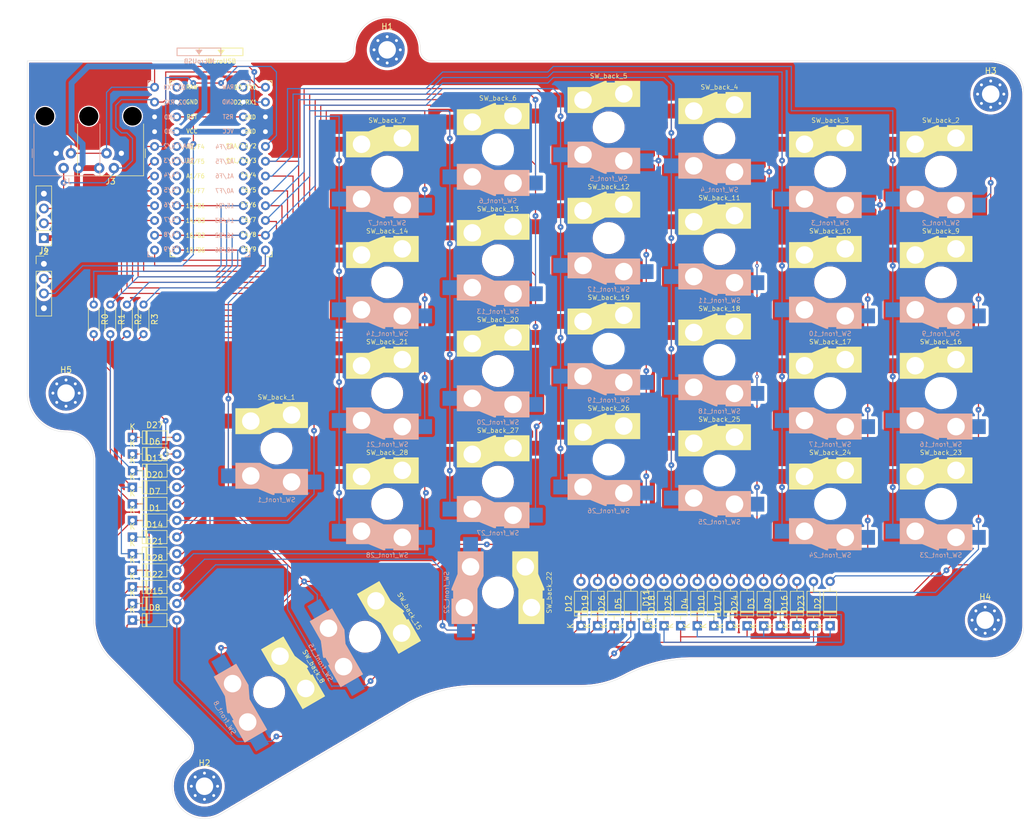
<source format=kicad_pcb>
(kicad_pcb (version 20240108) (generator "pcbnew") (generator_version "8.0")
  (layers (0 "F.Cu" signal) (31 "B.Cu" signal) (34 "B.Paste" user) (35 "F.Paste" user) (36 "B.SilkS" user "B.Silkscreen") (37 "F.SilkS" user "F.Silkscreen") (38 "B.Mask" user) (39 "F.Mask" user) (44 "Edge.Cuts" user))
  (net 0 "")
  (net 1 "ROW_0")
  (net 2 "ROW_1")
  (net 3 "ROW_2")
  (net 4 "ROW_3")
  (net 5 "VCC")
  (net 6 "EN_JUMP")
  (net 7 "GND")
  (net 8 "UART_RX")
  (net 9 "UART_TX")
  (net 10 "RST")
  (net 11 "COL_0")
  (net 12 "COL_1")
  (net 13 "COL_2")
  (net 14 "COL_3")
  (net 15 "COL_4")
  (net 16 "COL_5")
  (net 17 "COL_6")
  (net 28 "Net-(D1-A)")
  (net 29 "Net-(D2-A)")
  (net 30 "Net-(D3-A)")
  (net 31 "Net-(D4-A)")
  (net 32 "Net-(D5-A)")
  (net 33 "Net-(D6-A)")
  (net 34 "Net-(D7-A)")
  (net 35 "Net-(D8-A)")
  (net 36 "Net-(D9-A)")
  (net 37 "Net-(D10-A)")
  (net 38 "Net-(D11-A)")
  (net 39 "Net-(D12-A)")
  (net 40 "Net-(D13-A)")
  (net 41 "Net-(D14-A)")
  (net 42 "Net-(D15-A)")
  (net 43 "Net-(D16-A)")
  (net 44 "Net-(D17-A)")
  (net 45 "Net-(D18-A)")
  (net 46 "Net-(D19-A)")
  (net 47 "Net-(D20-A)")
  (net 48 "Net-(D21-A)")
  (net 49 "Net-(D22-A)")
  (net 50 "Net-(D23-A)")
  (net 51 "Net-(D24-A)")
  (net 52 "Net-(D25-A)")
  (net 53 "Net-(D26-A)")
  (net 54 "Net-(D27-A)")
  (net 55 "Net-(D28-A)")
  (net 56 "Net-(D1-K)")
  (net 57 "Net-(D10-K)")
  (net 58 "Net-(D15-K)")
  (net 59 "Net-(D22-K)")
  (footprint "Diode_THT:D_DO-35_SOD27_P7.62mm_Horizontal" (layer "F.Cu") (at 167.2 134.92 90)
    (property "Reference" "D26")
    (property "Value" "1N5711")
  )
  (footprint "Diode_THT:D_DO-35_SOD27_P7.62mm_Horizontal" (layer "F.Cu") (at 84.54 125.4)
    (property "Reference" "D28")
    (property "Value" "1N5711")
  )
  (footprint "kbd:keyswitch_gateron_low_profile_hotswap_1u" (layer "F.Cu") (at 204.25 114 180)
    (property "Reference" "SW_back_24")
    (property "Value" "SW_PUSH" (hide yes))
  )
  (footprint "kbd:keyswitch_gateron_low_profile_hotswap_1u" (layer "F.Cu") (at 185.25 51.3 180)
    (property "Reference" "SW_back_4")
    (property "Value" "SW_PUSH" (hide yes))
  )
  (footprint "kbd:keyswitch_gateron_low_profile_hotswap_1u" (layer "F.Cu") (at 204.25 76 180)
    (property "Reference" "SW_back_10")
    (property "Value" "SW_PUSH" (hide yes))
  )
  (footprint "kbd:keyswitch_gateron_low_profile_hotswap_1u" (layer "F.Cu") (at 166.25 106.4 180)
    (property "Reference" "SW_back_26")
    (property "Value" "SW_PUSH" (hide yes))
  )
  (footprint "kbd:keyswitch_gateron_low_profile_hotswap_1u" (layer "F.Cu") (at 147.25 72.2 180)
    (property "Reference" "SW_back_13")
    (property "Value" "SW_PUSH" (hide yes))
  )
  (footprint "Diode_THT:D_DO-35_SOD27_P7.62mm_Horizontal" (layer "F.Cu") (at 84.55 102.6)
    (property "Reference" "D27")
    (property "Value" "1N5711")
  )
  (footprint "Connector_RJ:RJ9_Evercom_5301-440xxx_Horizontal" (layer "F.Cu") (at 82.64 53.85 180)
    (property "Reference" "J3")
    (property "Value" "4P4C")
  )
  (footprint "MountingHole:MountingHole_3mm_Pad_Via" (layer "F.Cu") (at 128.25 36.1)
    (property "Reference" "H1")
    (property "Value" "MountingHole")
  )
  (footprint "kbd:keyswitch_gateron_low_profile_hotswap_1u" (layer "F.Cu") (at 223.25 95 180)
    (property "Reference" "SW_back_16")
    (property "Value" "SW_PUSH" (hide yes))
  )
  (footprint "Diode_THT:D_DO-35_SOD27_P7.62mm_Horizontal" (layer "F.Cu") (at 84.55 105.45)
    (property "Reference" "D6")
    (property "Value" "1N5711")
  )
  (footprint "kbd:keyswitch_gateron_low_profile_hotswap_1u" (layer "F.Cu") (at 204.25 57 180)
    (property "Reference" "SW_back_3")
    (property "Value" "SW_PUSH" (hide yes))
  )
  (footprint "Diode_THT:D_DO-35_SOD27_P7.62mm_Horizontal" (layer "F.Cu") (at 84.54 114)
    (property "Reference" "D7")
    (property "Value" "1N5711")
  )
  (footprint "Diode_THT:D_DO-35_SOD27_P7.62mm_Horizontal" (layer "F.Cu") (at 181.45 134.93 90)
    (property "Reference" "D4")
    (property "Value" "1N5711")
  )
  (footprint "kbd:keyswitch_gateron_low_profile_hotswap_1u" (layer "F.Cu") (at 128.25 76 180)
    (property "Reference" "SW_back_14")
    (property "Value" "SW_PUSH" (hide yes))
  )
  (footprint "Diode_THT:D_DO-35_SOD27_P7.62mm_Horizontal" (layer "F.Cu") (at 84.54 122.55)
    (property "Reference" "D21")
    (property "Value" "1N5711")
  )
  (footprint "Diode_THT:D_DO-35_SOD27_P7.62mm_Horizontal" (layer "F.Cu") (at 195.7 134.92 90)
    (property "Reference" "D9")
    (property "Value" "1N5711")
  )
  (footprint "kbd:keyswitch_gateron_low_profile_hotswap_1u" (layer "F.Cu") (at 166.25 87.4 180)
    (property "Reference" "SW_back_19")
    (property "Value" "SW_PUSH" (hide yes))
  )
  (footprint "Diode_THT:D_DO-35_SOD27_P7.62mm_Horizontal" (layer "F.Cu") (at 84.54 133.95)
    (property "Reference" "D8")
    (property "Value" "1N5711")
  )
  (footprint "kbd:keyswitch_gateron_low_profile_hotswap_1u" (layer "F.Cu") (at 128.25 95 180)
    (property "Reference" "SW_back_21")
    (property "Value" "SW_PUSH" (hide yes))
  )
  (footprint "MountingHole:MountingHole_3mm_Pad_Via" (layer "F.Cu") (at 231.8 43.7)
    (property "Reference" "H3")
    (property "Value" "MountingHole")
  )
  (footprint "Diode_THT:D_DO-35_SOD27_P7.62mm_Horizontal" (layer "F.Cu") (at 84.54 111.15)
    (property "Reference" "D20")
    (property "Value" "1N5711")
  )
  (footprint "kbd:keyswitch_gateron_low_profile_hotswap_1u" (layer "F.Cu") (at 223.25 76 180)
    (property "Reference" "SW_back_9")
    (property "Value" "SW_PUSH" (hide yes))
  )
  (footprint "kbd:keyswitch_gateron_low_profile_hotswap_1u" (layer "F.Cu") (at 109.25 104.5 180)
    (property "Reference" "SW_back_1")
    (property "Value" "SW_PUSH" (hide yes))
  )
  (footprint "Diode_THT:D_DO-35_SOD27_P7.62mm_Horizontal" (layer "F.Cu") (at 187.15 134.93 90)
    (property "Reference" "D17")
    (property "Value" "1N5711")
  )
  (footprint "kbd:ProMicro" (layer "F.Cu") (at 99.75 57)
    (property "Reference" "U_front1" (hide yes))
    (property "Value" "ProMicro" (hide yes))
  )
  (footprint "Diode_THT:D_DO-35_SOD27_P7.62mm_Horizontal" (layer "F.Cu") (at 178.6 134.92 90)
    (property "Reference" "D25")
    (property "Value" "1N5711")
  )
  (footprint "Diode_THT:D_DO-35_SOD27_P7.62mm_Horizontal" (layer "F.Cu") (at 84.55 131.1)
    (property "Reference" "D15")
    (property "Value" "1N5711")
  )
  (footprint "Resistor_THT:R_Axial_DIN0204_L3.6mm_D1.6mm_P5.08mm_Horizontal" (layer "F.Cu") (at 77.9 79.8 -90)
    (property "Reference" "R0")
    (property "Value" "R")
  )
  (footprint "Diode_THT:D_DO-35_SOD27_P7.62mm_Horizontal" (layer "F.Cu") (at 190 134.93 90)
    (property "Reference" "D24")
    (property "Value" "1N5711")
  )
  (footprint "kbd:keyswitch_gateron_low_profile_hotswap_1u" (layer "F.Cu") (at 147.25 53.2 180)
    (property "Reference" "SW_back_6")
    (property "Value" "SW_PUSH" (hide yes))
  )
  (footprint "Resistor_THT:R_Axial_DIN0204_L3.6mm_D1.6mm_P5.08mm_Horizontal" (layer "F.Cu") (at 83.6 79.8 -90)
    (property "Reference" "R2")
    (property "Value" "R")
  )
  (footprint "kbd:keyswitch_gateron_low_profile_hotswap_1u" (layer "F.Cu") (at 204.25 95 180)
    (property "Reference" "SW_back_17")
    (property "Value" "SW_PUSH" (hide yes))
  )
  (footprint "Resistor_THT:R_Axial_DIN0204_L3.6mm_D1.6mm_P5.08mm_Horizontal" (layer "F.Cu") (at 80.75 79.8 -90)
    (property "Reference" "R1")
    (property "Value" "R")
  )
  (footprint "Diode_THT:D_DO-35_SOD27_P7.62mm_Horizontal" (layer "F.Cu") (at 175.75 134.93 90)
    (property "Reference" "D18")
    (property "Value" "1N5711")
  )
  (footprint "kbd:keyswitch_gateron_low_profile_hotswap_1u" (layer "F.Cu") (at 166.25 49.4 180)
    (property "Reference" "SW_back_5")
    (property "Value" "SW_PUSH" (hide yes))
  )
  (footprint "kbd:keyswitch_gateron_low_profile_hotswap_1u" (layer "F.Cu") (at 223.25 114 180)
    (property "Reference" "SW_back_23")
    (property "Value" "SW_PUSH" (hide yes))
  )
  (footprint "Diode_THT:D_DO-35_SOD27_P7.62mm_Horizontal" (layer "F.Cu") (at 198.55 134.93 90)
    (property "Reference" "D16")
    (property "Value" "1N5711")
  )
  (footprint "Connector_PinHeader_2.54mm:PinHeader_1x04_P2.54mm_Vertical" (layer "F.Cu") (at 69.35 68.4 180)
    (property "Reference" "J2")
    (property "Value" "Conn_01x04_Socket")
  )
  (footprint "MountingHole:MountingHole_3mm_Pad_Via" (layer "F.Cu") (at 230.85 133.95)
    (property "Reference" "H4")
    (property "Value" "MountingHole")
  )
  (footprint "MountingHole:MountingHole_3mm_Pad_Via" (layer "F.Cu") (at 73.15 95)
    (property "Reference" "H5")
    (property "Value" "MountingHole")
  )
  (footprint "Diode_THT:D_DO-35_SOD27_P7.62mm_Horizontal" (layer "F.Cu") (at 84.54 119.7)
    (property "Reference" "D14")
    (property "Value" "1N5711")
  )
  (footprint "Diode_THT:D_DO-35_SOD27_P7.62mm_Horizontal" (layer "F.Cu") (at 204.25 134.92 90)
    (property "Reference" "D2")
    (property "Value" "1N5711")
  )
  (footprint "kbd:keyswitch_gateron_low_profile_hotswap_1u" (layer "F.Cu") (at 147.25 129.2 90)
    (property "Reference" "SW_back_22")
    (property "Value" "SW_PUSH" (hide yes))
  )
  (footprint "kbd:keyswitch_gateron_low_profile_hotswap_1u" (layer "F.Cu") (at 166.25 68.4 180)
    (property "Reference" "SW_back_12")
    (property "Value" "SW_PUSH" (hide yes))
  )
  (footprint "Diode_THT:D_DO-35_SOD27_P7.62mm_Horizontal" (layer "F.Cu") (at 84.57 108.3)
    (property "Reference" "D13")
    (property "Value" "1N5711")
  )
  (footprint "kbd:keyswitch_gateron_low_profile_hotswap_1u" (layer "F.Cu") (at 185.25 89.3 180)
    (property "Reference" "SW_back_18")
    (property "Value" "SW_PUSH" (hide yes))
  )
  (footprint "Diode_THT:D_DO-35_SOD27_P7.62mm_Horizontal" (layer "F.Cu") (at 84.54 128.25)
    (property "Reference" "D22")
    (property "Value" "1N5711")
  )
  (footprint "Diode_THT:D_DO-35_SOD27_P7.62mm_Horizontal" (layer "F.Cu") (at 170.05 134.93 90)
    (property "Reference" "D5")
    (property "Value" "1N5711")
  )
  (footprint "Resistor_THT:R_Axial_DIN0204_L3.6mm_D1.6mm_P5.08mm_Horizontal" (layer "F.Cu") (at 86.45 79.8 -90)
    (property "Reference" "R3")
    (property "Value" "R")
  )
  (footprint "kbd:keyswitch_gateron_low_profile_hotswap_1u" (layer "F.Cu") (at 124.45 136.8 120)
    (property "Reference" "SW_back_15")
    (property "Value" "SW_PUSH" (hide yes))
  )
  (footprint "MountingHole:MountingHole_3mm_Pad_Via" (layer "F.Cu") (at 96.9 162.45)
    (property "Reference" "H2")
    (property "Value" "MountingHole")
  )
  (footprint "kbd:keyswitch_gateron_low_profile_hotswap_1u" (layer "F.Cu") (at 185.25 108.3 180)
    (property "Reference" "SW_back_25")
    (property "Value" "SW_PUSH" (hide yes))
  )
  (footprint "kbd:keyswitch_gateron_low_profile_hotswap_1u" (layer "F.Cu") (at 147.25 91.2 180)
    (property "Reference" "SW_back_20")
    (property "Value" "SW_PUSH" (hide yes))
  )
  (footprint "Diode_THT:D_DO-35_SOD27_P7.62mm_Horizontal" (layer "F.Cu") (at 161.5 134.92 90)
    (property "Reference" "D12")
    (property "Value" "1N5711")
  )
  (footprint "Diode_THT:D_DO-35_SOD27_P7.62mm_Horizontal" (layer "F.Cu") (at 84.55 116.85)
    (property "Reference" "D1")
    (property "Value" "1N5711")
  )
  (footprint "kbd:keyswitch_gateron_low_profile_hotswap_1u" (layer "F.Cu") (at 223.25 57 180)
    (property "Reference" "SW_back_2")
    (property "Value" "SW_PUSH" (hide yes))
  )
  (footprint "Diode_THT:D_DO-35_SOD27_P7.62mm_Horizontal" (layer "F.Cu") (at 164.35 134.93 90)
    (property "Reference" "D19")
    (property "Value" "1N5711")
  )
  (footprint "kbd:keyswitch_gateron_low_profile_hotswap_1u" (layer "F.Cu") (at 185.25 70.3 180)
    (property "Reference" "SW_back_11")
    (property "Value" "SW_PUSH" (hide yes))
  )
  (footprint "Diode_THT:D_DO-35_SOD27_P7.62mm_Horizontal" (layer "F.Cu") (at 184.3 134.93 90)
    (property "Reference" "D10")
    (property "Value" "1N5711")
  )
  (footprint "Diode_THT:D_DO-35_SOD27_P7.62mm_Horizontal" (layer "F.Cu") (at 201.4 134.93 90)
    (property "Reference" "D23")
    (property "Value" "1N5711")
  )
  (footprint "Diode_THT:D_DO-35_SOD27_P7.62mm_Horizontal" (layer "F.Cu") (at 172.9 134.93 90)
    (property "Reference" "D11")
    (property "Value" "1N5711")
  )
  (footprint "kbd:keyswitch_gateron_low_profile_hotswap_1u" (layer "F.Cu") (at 128.25 57 180)
    (property "Reference" "SW_back_7")
    (property "Value" "SW_PUSH" (hide yes))
  )
  (footprint "kbd:keyswitch_gateron_low_profile_hotswap_1u" (layer "F.Cu") (at 147.25 110.2 180)
    (property "Reference" "SW_back_27")
    (property "Value" "SW_PUSH" (hide yes))
  )
  (footprint "kbd:keyswitch_gateron_low_profile_hotswap_1u" (layer "F.Cu") (at 107.995518 146.3 120)
    (property "Reference" "SW_back_8")
    (property "Value" "SW_PUSH" (hide yes))
  )
  (footprint "Diode_THT:D_DO-35_SOD27_P7.62mm_Horizontal" (layer "F.Cu") (at 192.85 134.94 90)
    (property "Reference" "D3")
    (property "Value" "1N5711")
  )
  (footprint "kbd:keyswitch_gateron_low_profile_hotswap_1u" (layer "F.Cu") (at 128.25 114 180)
    (property "Reference" "SW_back_28")
    (property "Value" "SW_PUSH" (hide yes))
  )
  (footprint "Connector_PinHeader_2.54mm:PinHeader_1x04_P2.54mm_Vertical" (layer "F.Cu") (at 69.35 72.82)
    (property "Reference" "J4")
    (property "Value" "Conn_01x04_Pin")
  )
  (footprint "kbd:keyswitch_gateron_low_profile_hotswap_1u" (layer "B.Cu") (at 223.25 114 180)
    (property "Reference" "SW_front_23")
    (property "Value" "SW_PUSH" (hide yes))
  )
  (footprint "kbd:keyswitch_gateron_low_profile_hotswap_1u" (layer "B.Cu") (at 223.25 95 180)
    (property "Reference" "SW_front_16")
    (property "Value" "SW_PUSH" (hide yes))
  )
  (footprint "kbd:ProMicro" (layer "B.Cu") (at 95.9528 57 180)
    (property "Reference" "U_back1" (hide yes))
    (property "Value" "ProMicro" (hide yes))
  )
  (footprint "kbd:keyswitch_gateron_low_profile_hotswap_1u" (layer "B.Cu") (at 128.25 57 180)
    (property "Reference" "SW_front_7")
    (property "Value" "SW_PUSH" (hide yes))
  )
  (footprint "kbd:keyswitch_gateron_low_profile_hotswap_1u" (layer "B.Cu") (at 223.25 76 180)
    (property "Reference" "SW_front_9")
    (property "Value" "SW_PUSH" (hide yes))
  )
  (footprint "kbd:keyswitch_gateron_low_profile_hotswap_1u" (layer "B.Cu") (at 185.25 108.3 180)
    (property "Reference" "SW_front_25")
    (property "Value" "SW_PUSH" (hide yes))
  )
  (footprint "Connector_RJ:RJ9_Evercom_5301-440xxx_Horizontal" (layer "B.Cu") (at 71.46 53.85)
    (property "Reference" "J1")
    (property "Value" "4P4C")
  )
  (footprint "kbd:keyswitch_gateron_low_profile_hotswap_1u" (layer "B.Cu") (at 128.25 76 180)
    (property "Reference" "SW_front_14")
    (property "Value" "SW_PUSH" (hide yes))
  )
  (footprint "kbd:keyswitch_gateron_low_profile_hotswap_1u" (layer "B.Cu") (at 185.25 70.3 180)
    (property "Reference" "SW_front_11")
    (property "Value" "SW_PUSH" (hide yes))
  )
  (footprint "kbd:keyswitch_gateron_low_profile_hotswap_1u" (layer "B.Cu") (at 166.25 87.4 180)
    (property "Reference" "SW_front_19")
    (property "Value" "SW_PUSH" (hide yes))
  )
  (footprint "kbd:keyswitch_gateron_low_profile_hotswap_1u" (layer "B.Cu") (at 223.25 57 180)
    (property "Reference" "SW_front_2")
    (property "Value" "SW_PUSH" (hide yes))
  )
  (footprint "kbd:keyswitch_gateron_low_profile_hotswap_1u" (layer "B.Cu") (at 147.25 72.2 180)
    (property "Reference" "SW_front_13")
    (property "Value" "SW_PUSH" (hide yes))
  )
  (footprint "kbd:keyswitch_gateron_low_profile_hotswap_1u" (layer "B.Cu") (at 147.25 91.2 180)
    (property "Reference" "SW_front_20")
    (property "Value" "SW_PUSH" (hide yes))
  )
  (footprint "kbd:keyswitch_gateron_low_profile_hotswap_1u" (layer "B.Cu") (at 147.25 110.2 180)
    (property "Reference" "SW_front_27")
    (property "Value" "SW_PUSH" (hide yes))
  )
  (footprint "kbd:keyswitch_gateron_low_profile_hotswap_1u" (layer "B.Cu") (at 204.25 57 180)
    (property "Reference" "SW_front_3")
    (property "Value" "SW_PUSH" (hide yes))
  )
  (footprint "kbd:keyswitch_gateron_low_profile_hotswap_1u" (layer "B.Cu") (at 166.25 49.4 180)
    (property "Reference" "SW_front_5")
    (property "Value" "SW_PUSH" (hide yes))
  )
  (footprint "kbd:keyswitch_gateron_low_profile_hotswap_1u" (layer "B.Cu") (at 204.25 76 180)
    (property "Reference" "SW_front_10")
    (property "Value" "SW_PUSH" (hide yes))
  )
  (footprint "kbd:keyswitch_gateron_low_profile_hotswap_1u" (layer "B.Cu") (at 185.25 51.3 180)
    (property "Reference" "SW_front_4")
    (property "Value" "SW_PUSH" (hide yes))
  )
  (footprint "kbd:keyswitch_gateron_low_profile_hotswap_1u" (layer "B.Cu") (at 204.25 95 180)
    (property "Reference" "SW_front_17")
    (property "Value" "SW_PUSH" (hide yes))
  )
  (footprint "kbd:keyswitch_gateron_low_profile_hotswap_1u" (layer "B.Cu") (at 147.25 129.2 90)
    (property "Reference" "SW_front_22")
    (property "Value" "SW_PUSH" (hide yes))
  )
  (footprint "kbd:keyswitch_gateron_low_profile_hotswap_1u" (layer "B.Cu") (at 128.25 95 180)
    (property "Reference" "SW_front_21")
    (property "Value" "SW_PUSH" (hide yes))
  )
  (footprint "kbd:keyswitch_gateron_low_profile_hotswap_1u" (layer "B.Cu") (at 109.25 104.5 180)
    (property "Reference" "SW_front_1")
    (property "Value" "SW_PUSH" (hide yes))
  )
  (footprint "kbd:keyswitch_gateron_low_profile_hotswap_1u" (layer "B.Cu") (at 185.25 89.3 180)
    (property "Reference" "SW_front_18")
    (property "Value" "SW_PUSH" (hide yes))
  )
  (footprint "kbd:keyswitch_gateron_low_profile_hotswap_1u" (layer "B.Cu") (at 166.25 106.4 180)
    (property "Reference" "SW_front_26")
    (property "Value" "SW_PUSH" (hide yes))
  )
  (footprint "kbd:keyswitch_gateron_low_profile_hotswap_1u" (layer "B.Cu") (at 128.25 114 180)
    (property "Reference" "SW_front_28")
    (property "Value" "SW_PUSH" (hide yes))
  )
  (footprint "kbd:keyswitch_gateron_low_profile_hotswap_1u" (layer "B.Cu") (at 204.25 114 180)
    (property "Reference" "SW_front_24")
    (property "Value" "SW_PUSH" (hide yes))
  )
  (footprint "kbd:keyswitch_gateron_low_profile_hotswap_1u" (layer "B.Cu") (at 166.25 68.4 180)
    (property "Reference" "SW_front_12")
    (property "Value" "SW_PUSH" (hide yes))
  )
  (footprint "kbd:keyswitch_gateron_low_profile_hotswap_1u" (layer "B.Cu") (at 107.995518 146.3 120)
    (property "Reference" "SW_front_8")
    (property "Value" "SW_PUSH" (hide yes))
  )
  (footprint "kbd:keyswitch_gateron_low_profile_hotswap_1u" (layer "B.Cu") (at 124.45 136.8 120)
    (property "Reference" "SW_front_15")
    (property "Value" "SW_PUSH" (hide yes))
  )
  (footprint "kbd:keyswitch_gateron_low_profile_hotswap_1u" (layer "B.Cu") (at 147.25 53.2 180)
    (property "Reference" "SW_front_6")
    (property "Value" "SW_PUSH" (hide yes))
  )
  (gr_line (start 104.5 161.5) (end 137.75 142.5) (stroke (width 0.2)) (layer "F.Cu") (net 56))
  (gr_arc (start 184.3 93.1) (mid 181.33305 89.3) (end 184.3 85.5) (stroke (width 0.2)) (layer "F.Cu") (net 38))
  (gr_arc (start 203.3 117.8) (mid 200.33305 114) (end 203.3 110.2) (stroke (width 0.2)) (layer "F.Cu") (net 37))
  (gr_arc (start 166.25 102.6) (mid 170.05 106.4) (end 166.25 110.2) (stroke (width 0.2)) (layer "F.Cu") (net 46))
  (gr_arc (start 222.3 117.8) (mid 219.33305 114) (end 222.3 110.2) (stroke (width 0.2)) (layer "F.Cu") (net 36))
  (gr_arc (start 165.3 91.2) (mid 162.33305 87.4) (end 165.3 83.6) (stroke (width 0.2)) (layer "F.Cu") (net 39))
  (gr_arc (start 147.25 49.4) (mid 149.937006 50.512994) (end 151.05 53.2) (stroke (width 0.2)) (layer "F.Cu") (net 40))
  (gr_arc (start 204.25 110.2) (mid 208.05 114) (end 204.25 117.8) (stroke (width 0.2)) (layer "F.Cu") (net 44))
  (gr_arc (start 185.25 104.5) (mid 189.05 108.3) (end 185.25 112.1) (stroke (width 0.2)) (layer "F.Cu") (net 45))
  (gr_arc (start 146.3 57) (mid 143.33305 53.2) (end 146.3 49.4) (stroke (width 0.2)) (layer "F.Cu") (net 47))
  (gr_arc (start 146.328365 68.513458) (mid 149.588567 69.204819) (end 151.05 72.2) (stroke (width 0.2)) (layer "F.Cu") (net 47))
  (gr_arc (start 203.3 98.8) (mid 200.33305 95) (end 203.3 91.2) (stroke (width 0.2)) (layer "F.Cu") (net 37))
  (gr_arc (start 223.25 110.2) (mid 227.05 114) (end 223.25 117.8) (stroke (width 0.2)) (layer "F.Cu") (net 43))
  (gr_arc (start 184.3 112.1) (mid 181.33305 108.3) (end 184.3 104.5) (stroke (width 0.2)) (layer "F.Cu") (net 38))
  (gr_arc (start 222.3 98.8) (mid 219.33305 95) (end 222.3 91.2) (stroke (width 0.2)) (layer "F.Cu") (net 36))
  (gr_line (start 137.75 139.65) (end 104.5 158.65) (stroke (width 0.2)) (layer "F.Cu") (net 57))
  (gr_arc (start 165.3 110.2) (mid 162.33305 106.4) (end 165.3 102.6) (stroke (width 0.2)) (layer "F.Cu") (net 39))
  (gr_line (start 137.75 141.55) (end 104.5 160.55) (stroke (width 0.2)) (layer "F.Cu") (net 59))
  (gr_line (start 104.5 159.6) (end 137.75 140.6) (stroke (width 0.2)) (layer "F.Cu") (net 58))
  (gr_line (start 111.15 132.05) (end 118.75 145.35) (stroke (width 0.2)) (layer "B.Cu") (net 42))
  (gr_line (start 99.75 167.2) (end 132.05 148.2) (stroke (width 0.05)) (layer "Edge.Cuts"))
  (gr_arc (start 73.15 101.65) (mid 76.508757 103.041243) (end 77.9 106.4) (stroke (width 0.05)) (layer "Edge.Cuts"))
  (gr_arc (start 132.05 148.2) (mid 137.574574 146.073298) (end 143.45 145.35) (stroke (width 0.05)) (layer "Edge.Cuts"))
  (gr_line (start 135.85 38) (end 231.8 38) (stroke (width 0.05)) (layer "Edge.Cuts"))
  (gr_line (start 77.9 106.4) (end 77.9 133.95) (stroke (width 0.05)) (layer "Edge.Cuts"))
  (gr_line (start 180.5 140.6) (end 231.8 140.6) (stroke (width 0.05)) (layer "Edge.Cuts"))
  (gr_arc (start 73.15 101.65) (mid 68.44774 99.70226) (end 66.5 95) (stroke (width 0.05)) (layer "Edge.Cuts"))
  (gr_arc (start 237.5 134.9) (mid 235.830509 138.930509) (end 231.8 140.6) (stroke (width 0.05)) (layer "Edge.Cuts"))
  (gr_line (start 94.05 153.9) (end 80.75 140.6) (stroke (width 0.05)) (layer "Edge.Cuts"))
  (gr_arc (start 169.1 143.45) (mid 165.41695 144.867801) (end 161.5 145.35) (stroke (width 0.05)) (layer "Edge.Cuts"))
  (gr_arc (start 99.75 167.2) (mid 92.15 165.3) (end 94.05 157.7) (stroke (width 0.05)) (layer "Edge.Cuts"))
  (gr_arc (start 122.55 36.1) (mid 128.25 30.4) (end 133.95 36.1) (stroke (width 0.05)) (layer "Edge.Cuts"))
  (gr_line (start 143.45 145.35) (end 161.5 145.35) (stroke (width 0.05)) (layer "Edge.Cuts"))
  (gr_arc (start 80.75 140.6) (mid 78.667231 137.556901) (end 77.9 133.95) (stroke (width 0.05)) (layer "Edge.Cuts"))
  (gr_arc (start 135.85 38) (mid 134.506497 37.443503) (end 133.95 36.1) (stroke (width 0.05)) (layer "Edge.Cuts"))
  (gr_arc (start 122.55 36.1) (mid 121.993503 37.443503) (end 120.65 38) (stroke (width 0.05)) (layer "Edge.Cuts"))
  (gr_line (start 66.5 38) (end 120.65 38) (stroke (width 0.05)) (layer "Edge.Cuts"))
  (gr_arc (start 169.1 143.45) (mid 174.624574 141.323298) (end 180.5 140.6) (stroke (width 0.05)) (layer "Edge.Cuts"))
  (gr_arc (start 94.049999 153.900001) (mid 94.837004 155.8) (end 94.049999 157.699999) (stroke (width 0.05)) (layer "Edge.Cuts"))
  (gr_line (start 66.5 95) (end 66.5 38) (stroke (width 0.05)) (layer "Edge.Cuts"))
  (gr_arc (start 231.8 38) (mid 235.830509 39.669491) (end 237.5 43.7) (stroke (width 0.05)) (layer "Edge.Cuts"))
  (gr_line (start 237.5 134.9) (end 237.5 43.7) (stroke (width 0.05)) (layer "Edge.Cuts"))
  (segment (start 92.1414 62.842) (end 103.5614 62.842) (width 0.2) (layer "F.Cu") (net 1))
  (segment (start 98.8 74.1) (end 99.75 73.15) (width 0.2) (layer "B.Cu") (net 1))
  (segment (start 77.9 74.1) (end 98.8 74.1) (width 0.2) (layer "B.Cu") (net 1))
  (segment (start 77.9 79.8) (end 77.9 74.1) (width 0.2) (layer "B.Cu") (net 1))
  (segment (start 99.75 73.15) (end 99.75 62.842) (width 0.2) (layer "B.Cu") (net 1))
  (segment (start 99.75 62.842) (end 103.5614 62.842) (width 0.2) (layer "B.Cu") (net 1))
  (segment (start 92.1414 65.382) (end 103.5614 65.382) (width 0.2) (layer "F.Cu") (net 2))
  (segment (start 85.5 75.05) (end 98.8 75.05) (width 0.2) (layer "B.Cu") (net 2))
  (segment (start 80.75 79.8) (end 85.5 75.05) (width 0.2) (layer "B.Cu") (net 2))
  (segment (start 98.8 75.05) (end 100.7 73.15) (width 0.2) (layer "B.Cu") (net 2))
  (segment (start 100.7 73.15) (end 100.7 65.382) (width 0.2) (layer "B.Cu") (net 2))
  (segment (start 100.7 65.382) (end 103.5614 65.382) (width 0.2) (layer "B.Cu") (net 2))
  (segment (start 92.1414 67.922) (end 103.5614 67.922) (width 0.2) (layer "F.Cu") (net 3))
  (segment (start 83.6 79.8) (end 87.4 76) (width 0.2) (layer "B.Cu") (net 3))
  (segment (start 101.65 67.922) (end 103.5614 67.922) (width 0.2) (layer "B.Cu") (net 3))
  (segment (start 87.4 76) (end 98.8 76) (width 0.2) (layer "B.Cu") (net 3))
  (segment (start 98.8 76) (end 101.65 73.15) (width 0.2) (layer "B.Cu") (net 3))
  (segment (start 101.65 73.15) (end 101.65 67.922) (width 0.2) (layer "B.Cu") (net 3))
  (segment (start 103.5614 70.462) (end 92.1414 70.462) (width 0.2) (layer "F.Cu") (net 4))
  (segment (start 102.6 70.462) (end 103.5614 70.462) (width 0.2) (layer "B.Cu") (net 4))
  (segment (start 102.6 73.15) (end 102.6 70.462) (width 0.2) (layer "B.Cu") (net 4))
  (segment (start 86.45 79.8) (end 89.3 76.95) (width 0.2) (layer "B.Cu") (net 4))
  (segment (start 98.8 76.95) (end 102.6 73.15) (width 0.2) (layer "B.Cu") (net 4))
  (segment (start 89.3 76.95) (end 98.8 76.95) (width 0.2) (layer "B.Cu") (net 4))
  (segment (start 75.05 56.61) (end 75.27 56.39) (width 1) (layer "F.Cu") (net 5))
  (segment (start 75.05 64.6) (end 75.05 56.61) (width 1) (layer "F.Cu") (net 5))
  (segment (start 71.25 68.4) (end 75.05 64.6) (width 1) (layer "F.Cu") (net 5))
  (segment (start 69.35 68.4) (end 71.25 68.4) (width 1) (layer "F.Cu") (net 5))
  (segment (start 75.27 56.39) (end 78.83 56.39) (width 1) (layer "F.Cu") (net 5))
  (segment (start 95 38.95) (end 76.95 38.95) (width 1) (layer "B.Cu") (net 5))
  (segment (start 96.9 40.85) (end 95 38.95) (width 1) (layer "B.Cu") (net 5))
  (segment (start 74.1 41.8) (end 74.1 50.35) (width 1) (layer "B.Cu") (net 5))
  (segment (start 74.1 50.35) (end 76 52.25) (width 1) (layer "B.Cu") (net 5))
  (segment (start 76 55.66) (end 75.27 56.39) (width 1) (layer "B.Cu") (net 5))
  (segment (start 76 52.25) (end 76 55.66) (width 1) (layer "B.Cu") (net 5))
  (segment (start 92.1414 50.142) (end 93.308 50.142) (width 1) (layer "B.Cu") (net 5))
  (segment (start 93.308 50.142) (end 103.5614 50.142) (width 1) (layer "B.Cu") (net 5))
  (segment (start 96.9 46.55) (end 96.9 40.85) (width 1) (layer "B.Cu") (net 5))
  (segment (start 93.308 50.142) (end 96.9 46.55) (width 1) (layer "B.Cu") (net 5))
  (segment (start 76.95 38.95) (end 74.1 41.8) (width 1) (layer "B.Cu") (net 5))
  (segment (start 86.45 52.682) (end 88.3414 52.682) (width 0.2) (layer "F.Cu") (net 6))
  (segment (start 86.45 55.1) (end 86.45 52.682) (width 0.2) (layer "F.Cu") (net 6))
  (segment (start 76.95 64.6) (end 86.45 55.1) (width 0.2) (layer "F.Cu") (net 6))
  (segment (start 70.737056 75.36) (end 76.95 69.147056) (width 0.2) (layer "F.Cu") (net 6))
  (segment (start 76.95 69.147056) (end 76.95 64.6) (width 0.2) (layer "F.Cu") (net 6))
  (segment (start 69.35 75.36) (end 70.737056 75.36) (width 0.2) (layer "F.Cu") (net 6))
  (segment (start 95 41.8) (end 99.75 41.8) (width 0.2) (layer "F.Cu") (net 6))
  (via (at 95 41.8) (size 1) (drill 0.3) (layers "F.Cu" "B.Cu") (net 6))
  (via (at 99.75 41.8) (size 1) (drill 0.3) (layers "F.Cu" "B.Cu") (net 6))
  (segment (start 94.05 40.85) (end 95 41.8) (width 0.2) (layer "B.Cu") (net 6))
  (segment (start 109.25 50.7934) (end 107.3614 52.682) (width 0.2) (layer "B.Cu") (net 6))
  (segment (start 102.6 38.95) (end 108.3 38.95) (width 0.2) (layer "B.Cu") (net 6))
  (segment (start 109.25 39.9) (end 109.25 50.7934) (width 0.2) (layer "B.Cu") (net 6))
  (segment (start 99.75 41.8) (end 102.6 38.95) (width 0.2) (layer "B.Cu") (net 6))
  (segment (start 89.818 52.682) (end 90.25 52.25) (width 0.2) (layer "B.Cu") (net 6))
  (segment (start 108.3 38.95) (end 109.25 39.9) (width 0.2) (layer "B.Cu") (net 6))
  (segment (start 88.3414 52.682) (end 89.818 52.682) (width 0.2) (layer "B.Cu") (net 6))
  (segment (start 90.25 52.25) (end 90.25 40.85) (width 0.2) (layer "B.Cu") (net 6))
  (segment (start 90.25 40.85) (end 94.05 40.85) (width 0.2) (layer "B.Cu") (net 6))
  (segment (start 82.64 53.85) (end 86.348 50.142) (width 1) (layer "F.Cu") (net 7))
  (segment (start 86.348 50.142) (end 88.3414 50.142) (width 1) (layer "F.Cu") (net 7))
  (segment (start 92.1414 45.062) (end 103.5614 45.062) (width 1) (layer "F.Cu") (net 7))
  (segment (start 88.3414 50.142) (end 88.3414 47.602) (width 1) (layer "F.Cu") (net 7))
  (segment (start 107.3614 50.142) (end 107.3614 47.602) (width 1) (layer "F.Cu") (net 7))
  (segment (start 74 53.85) (end 74 52.15) (width 0.2) (layer "F.Cu") (net 8))
  (segment (start 69.35 52.25) (end 69.35 57) (width 0.2) (layer "F.Cu") (net 8))
  (segment (start 104.5 38.95) (end 88.35 38.95) (width 0.2) (layer "F.Cu") (net 8))
  (segment (start 80.1 53.85) (end 74 53.85) (width 0.2) (layer "F.Cu") (net 8))
  (segment (start 71.25 58.9) (end 71.25 62.7) (width 0.2) (layer "F.Cu") (net 8))
  (segment (start 69.35 57) (end 71.25 58.9) (width 0.2) (layer "F.Cu") (net 8))
  (segment (start 88.3414 38.9586) (end 88.3414 42.522) (width 0.2) (layer "F.Cu") (net 8))
  (segment (start 70.3 51.3) (end 69.35 52.25) (width 0.2) (layer "F.Cu") (net 8))
  (segment (start 88.35 38.95) (end 88.3414 38.9586) (width 0.2) (layer "F.Cu") (net 8))
  (segment (start 70.63 63.32) (end 69.35 63.32) (width 0.2) (layer "F.Cu") (net 8))
  (segment (start 73.15 51.3) (end 70.3 51.3) (width 0.2) (layer "F.Cu") (net 8))
  (segment (start 71.25 62.7) (end 70.63 63.32) (width 0.2) (layer "F.Cu") (net 8))
  (segment (start 105.45 39.9) (end 104.5 38.95) (width 0.2) (layer "F.Cu") (net 8))
  (segment (start 74 52.15) (end 73.15 51.3) (width 0.2) (layer "F.Cu") (net 8))
  (via (at 105.45 39.9) (size 1) (drill 0.3) (layers "F.Cu" "B.Cu") (net 8))
  (segment (start 80.978 42.522) (end 88.3414 42.522) (width 0.2) (layer "B.Cu") (net 8))
  (segment (start 105.45 39.9) (end 105.45 44.65) (width 0.2) (layer "B.Cu") (net 8))
  (segment (start 105.862 45.062) (end 107.3614 45.062) (width 0.2) (layer "B.Cu") (net 8))
  (segment (start 80.1 53.85) (end 80.1 43.4) (width 0.2) (layer "B.Cu") (net 8))
  (segment (start 105.45 44.65) (end 105.862 45.062) (width 0.2) (layer "B.Cu") (net 8))
  (segment (start 80.1 43.4) (end 80.978 42.522) (width 0.2) (layer "B.Cu") (net 8))
  (segment (start 90.25 44.65) (end 90.25 39.9) (width 0.2) (layer "F.Cu") (net 9))
  (segment (start 88.3414 45.062) (end 89.838 45.062) (width 0.2) (layer "F.Cu") (net 9))
  (segment (start 89.838 45.062) (end 90.25 44.65) (width 0.2) (layer "F.Cu") (net 9))
  (segment (start 70.94 65.86) (end 72.73 64.07) (width 0.2) (layer "F.Cu") (net 9))
  (segment (start 72.73 58.9) (end 72.73 56.39) (width 0.2) (layer "F.Cu") (net 9))
  (segment (start 106.172 42.522) (end 107.3614 42.522) (width 0.2) (layer "F.Cu") (net 9))
  (segment (start 72.73 64.07) (end 72.73 56.39) (width 0.2) (layer "F.Cu") (net 9))
  (segment (start 69.35 65.86) (end 70.94 65.86) (width 0.2) (layer "F.Cu") (net 9))
  (segment (start 103.55 39.9) (end 106.172 42.522) (width 0.2) (layer "F.Cu") (net 9))
  (segment (start 90.25 39.9) (end 103.55 39.9) (width 0.2) (layer "F.Cu") (net 9))
  (via (at 72.73 58.9) (size 1) (drill 0.3) (layers "F.Cu" "B.Cu") (net 9))
  (segment (start 83.26 56.39) (end 84.55 55.1) (width 0.2) (layer "B.Cu") (net 9))
  (segment (start 81.7 49.4) (end 81.7 45.6) (width 0.2) (layer "B.Cu") (net 9))
  (segment (start 84.55 55.1) (end 84.55 51.3) (width 0.2) (layer "B.Cu") (net 9))
  (segment (start 81.7 45.6) (end 82.65 44.65) (width 0.2) (layer "B.Cu") (net 9))
  (segment (start 79.8 58.9) (end 81.37 57.33) (width 0.2) (layer "B.Cu") (net 9))
  (segment (start 82.65 44.65) (end 87.9294 44.65) (width 0.2) (layer "B.Cu") (net 9))
  (segment (start 81.37 57.33) (end 81.37 56.39) (width 0.2) (layer "B.Cu") (net 9))
  (segment (start 87.9294 44.65) (end 88.3414 45.062) (width 0.2) (layer "B.Cu") (net 9))
  (segment (start 82.65 50.35) (end 81.7 49.4) (width 0.2) (layer "B.Cu") (net 9))
  (segment (start 83.6 50.35) (end 82.65 50.35) (width 0.2) (layer "B.Cu") (net 9))
  (segment (start 72.73 58.9) (end 79.8 58.9) (width 0.2) (layer "B.Cu") (net 9))
  (segment (start 84.55 51.3) (end 83.6 50.35) (width 0.2) (layer "B.Cu") (net 9))
  (segment (start 81.37 56.39) (end 83.26 56.39) (width 0.2) (layer "B.Cu") (net 9))
  (segment (start 95 52.25) (end 95 48.552) (width 0.2) (layer "F.Cu") (net 10))
  (segment (start 95 48.552) (end 94.05 47.602) (width 0.2) (layer "F.Cu") (net 10))
  (segment (start 92.1414 47.602) (end 94.05 47.602) (width 0.2) (layer "F.Cu") (net 10))
  (segment (start 94.05 47.602) (end 103.5614 47.602) (width 0.2) (layer "F.Cu") (net 10))
  (via (at 95 52.25) (size 1) (drill 0.3) (layers "F.Cu" "B.Cu") (net 10))
  (segment (start 76 73.15) (end 92.15 73.15) (width 0.2) (layer "B.Cu") (net 10))
  (segment (start 95 71.25) (end 95 52.25) (width 0.2) (layer "B.Cu") (net 10))
  (segment (start 71.25 77.9) (end 72.2 76.95) (width 0.2) (layer "B.Cu") (net 10))
  (segment (start 69.35 77.9) (end 71.25 77.9) (width 0.2) (layer "B.Cu") (net 10))
  (segment (start 72.2 76.95) (end 76 73.15) (width 0.2) (layer "B.Cu") (net 10))
  (segment (start 93.1 73.15) (end 95 71.25) (width 0.2) (layer "B.Cu") (net 10))
  (segment (start 92.15 73.15) (end 93.1 73.15) (width 0.2) (layer "B.Cu") (net 10))
  (segment (start 145.35 120.95) (end 151.95 120.95) (width 0.2) (layer "F.Cu") (net 11))
  (segment (start 140.3 120.95) (end 145.35 120.95) (width 0.2) (layer "F.Cu") (net 11))
  (segment (start 101 114.3) (end 114 127.3) (width 0.2) (layer "F.Cu") (net 11))
  (segment (start 114 127.3) (end 114 127.30529) (width 0.2) (layer "F.Cu") (net 11))
  (segment (start 88.35 73.15) (end 107.35 73.15) (width 0.2) (layer "F.Cu") (net 11))
  (segment (start 99.75 101.05) (end 101 99.8) (width 0.2) (layer "F.Cu") (net 11))
  (segment (start 127.250609 124.45) (end 136.8 124.45) (width 0.2) (layer "F.Cu") (net 11))
  (segment (start 106.455489 136.80529) (end 107.940837 136.80529) (width 0.2) (layer "F.Cu") (net 11))
  (segment (start 104.5 138.7) (end 106.39471 136.80529) (width 0.2) (layer "F.Cu") (net 11))
  (segment (start 107.940837 133.364453) (end 114 127.30529) (width 0.2) (layer "F.Cu") (net 11))
  (segment (start 101 99.8) (end 101 95.95) (width 0.2) (layer "F.Cu") (net 11))
  (segment (start 107.3614 73.1386) (end 107.3614 70.462) (width 0.2) (layer "F.Cu") (net 11))
  (segment (start 136.8 124.45) (end 140.3 120.95) (width 0.2) (layer "F.Cu") (net 11))
  (segment (start 114 127.30529) (end 124.395319 127.30529) (width 0.2) (layer "F.Cu") (net 11))
  (segment (start 88.3414 70.462) (end 88.35 70.4706) (width 0.2) (layer "F.Cu") (net 11))
  (segment (start 106.39471 136.80529) (end 107.940837 136.80529) (width 0.2) (layer "F.Cu") (net 11))
  (segment (start 124.395319 127.30529) (end 127.250609 124.45) (width 0.2) (layer "F.Cu") (net 11))
  (segment (start 107.35 73.15) (end 107.3614 73.1386) (width 0.2) (layer "F.Cu") (net 11))
  (segment (start 88.35 70.4706) (end 88.35 73.15) (width 0.2) (layer "F.Cu") (net 11))
  (segment (start 107.940837 136.80529) (end 107.940837 133.364453) (width 0.2) (layer "F.Cu") (net 11))
  (segment (start 101 99.8) (end 101 114.3) (width 0.2) (layer "F.Cu") (net 11))
  (segment (start 99.75 138.7) (end 104.5 138.7) (width 0.2) (layer "F.Cu") (net 11))
  (via (at 101 95.95) (size 1) (drill 0.3) (layers "F.Cu" "B.Cu") (net 11))
  (via (at 145.35 120.95) (size 1) (drill 0.3) (layers "F.Cu" "B.Cu") (net 11))
  (via (at 99.75 138.7) (size 1) (drill 0.3) (layers "F.Cu" "B.Cu") (net 11))
  (via (at 114 127.3) (size 1) (drill 0.3) (layers "F.Cu" "B.Cu") (net 11))
  (segment (start 101 95.95) (end 101 79.5) (width 0.2) (layer "B.Cu") (net 11))
  (segment (start 116.254681 129.559971) (end 116.254681 132.00529) (width 0.2) (layer "B.Cu") (net 11))
  (segment (start 101 109.2) (end 101 95.95) (width 0.2) (layer "B.Cu") (net 11))
  (segment (start 107.3614 72.1886) (end 107.3614 70.462) (width 0.2) (layer "B.Cu") (net 11))
  (segment (start 99.75 138.7) (end 99.800199 138.750199) (width 0.2) (layer "B.Cu") (net 11))
  (segment (start 101 79.5) (end 107.35 73.15) (width 0.2) (layer "B.Cu") (net 11))
  (segment (start 99.800199 138.750199) (end 99.800199 141.50529) (width 0.2) (layer "B.Cu") (net 11))
  (segment (start 107.35 72.2) (end 107.3614 72.1886) (width 0.2) (layer "B.Cu") (net 11))
  (segment (start 116.254681 129.559971) (end 114 127.30529) (width 0.2) (layer "B.Cu") (net 11))
  (segment (start 107.35 73.15) (end 107.35 72.2) (width 0.2) (layer "B.Cu") (net 11))
  (segment (start 142.55 120.95) (end 145.35 120.95) (width 0.2) (layer "B.Cu") (net 11))
  (segment (start 114 127.30529) (end 114 127.3) (width 0.2) (layer "B.Cu") (net 11))
  (segment (start 88.3414 55.222) (end 88.0114 55.222) (width 0.2) (layer "F.Cu") (net 12))
  (segment (start 82.6614 60.572) (end 82.6614 77.8886) (width 0.2) (layer "F.Cu") (net 12))
  (segment (start 215 52.3) (end 215 55.1) (width 0.2) (layer "F.Cu") (net 12))
  (segment (start 113.05 55.222) (end 107.3614 55.222) (width 0.2) (layer "F.Cu") (net 12))
  (segment (start 215 109.3) (end 215 111.15) (width 0.2) (layer "F.Cu") (net 12))
  (segment (start 113.05 77.9) (end 113.05 55.222) (width 0.2) (layer "F.Cu") (net 12))
  (segment (start 88.0114 55.222) (end 82.6614 60.572) (width 0.2) (layer "F.Cu") (net 12))
  (segment (start 82.65 77.9) (end 113.05 77.9) (width 0.2) (layer "F.Cu") (net 12))
  (segment (start 215 90.3) (end 215 92.15) (width 0.2) (layer "F.Cu") (net 12))
  (segment (start 82.6614 77.8886) (end 82.65 77.9) (width 0.2) (layer "F.Cu") (net 12))
  (segment (start 215 71.3) (end 215 73.15) (width 0.2) (layer "F.Cu") (net 12))
  (via (at 215 55.1) (size 1) (drill 0.3) (layers "F.Cu" "B.Cu") (net 12))
  (via (at 215 73.15) (size 1) (drill 0.3) (layers "F.Cu" "B.Cu") (net 12))
  (via (at 215 92.15) (size 1) (drill 0.3) (layers "F.Cu" "B.Cu") (net 12))
  (via (at 215 111.15) (size 1) (drill 0.3) (layers "F.Cu" "B.Cu") (net 12))
  (segment (start 215 73.15) (end 215 55.1) (width 0.2) (layer "B.Cu") (net 12))
  (segment (start 137.75 39.9) (end 134.9 42.75) (width 0.2) (layer "B.Cu") (net 12))
  (segment (start 197.6 46.55) (end 197.6 38.95) (width 0.2) (layer "B.Cu") (net 12))
  (segment (start 215 92.15) (end 215 73.15) (width 0.2) (layer "B.Cu") (net 12))
  (segment (start 111.15 42.75) (end 111.15 53.2) (width 0.2) (layer "B.Cu") (net 12))
  (segment (start 111.15 53.2) (end 109.128 55.222) (width 0.2) (layer "B.Cu") (net 12))
  (segment (start 215 111.15) (end 215 92.15) (width 0.2) (layer "B.Cu") (net 12))
  (segment (start 109.128 55.222) (end 107.3614 55.222) (width 0.2) (layer "B.Cu") (net 12))
  (segment (start 215 118.7) (end 215 111.15) (width 0.2) (layer "B.Cu") (net 12))
  (segment (start 215 46.55) (end 197.6 46.55) (width 0.2) (layer "B.Cu") (net 12))
  (segment (start 134.9 42.75) (end 111.15 42.75) (width 0.2) (layer "B.Cu") (net 12))
  (segment (start 197.6 38.95) (end 156.75 38.95) (width 0.2) (layer "B.Cu") (net 12))
  (segment (start 155.8 39.9) (end 137.75 39.9) (width 0.2) (layer "B.Cu") (net 12))
  (segment (start 156.75 38.95) (end 155.8 39.9) (width 0.2) (layer "B.Cu") (net 12))
  (segment (start 215 55.1) (end 215 46.55) (width 0.2) (layer "B.Cu") (net 12))
  (segment (start 83.6114 61.7386) (end 83.6114 76.9386) (width 0.2) (layer "F.Cu") (net 13))
  (segment (start 196 109.3) (end 196 111.15) (width 0.2) (layer "F.Cu") (net 13))
  (segment (start 112.1 57.762) (end 107.3614 57.762) (width 0.2) (layer "F.Cu") (net 13))
  (segment (start 83.6 76.95) (end 112.1 76.95) (width 0.2) (layer "F.Cu") (net 13))
  (segment (start 196 90.3) (end 196 92.15) (width 0.2) (layer "F.Cu") (net 13))
  (segment (start 196 71.3) (end 196 73.15) (width 0.2) (layer "F.Cu") (net 13))
  (segment (start 88.3414 57.762) (end 87.588 57.762) (width 0.2) (layer "F.Cu") (net 13))
  (segment (start 196 52.3) (end 196 55.1) (width 0.2) (layer "F.Cu") (net 13))
  (segment (start 83.6114 76.9386) (end 83.6 76.95) (width 0.2) (layer "F.Cu") (net 13))
  (segment (start 87.588 57.762) (end 83.6114 61.7386) (width 0.2) (layer "F.Cu") (net 13))
  (segment (start 112.1 76.95) (end 112.1 57.762) (width 0.2) (layer "F.Cu") (net 13))
  (via (at 196 92.15) (size 1) (drill 0.3) (layers "F.Cu" "B.Cu") (net 13))
  (via (at 196 73.15) (size 1) (drill 0.3) (layers "F.Cu" "B.Cu") (net 13))
  (via (at 196 55.1) (size 1) (drill 0.3) (layers "F.Cu" "B.Cu") (net 13))
  (via (at 196 111.15) (size 1) (drill 0.3) (layers "F.Cu" "B.Cu") (net 13))
  (segment (start 196 118.7) (end 196 111.15) (width 0.2) (layer "B.Cu") (net 13))
  (segment (start 156.75 39.9) (end 155.8 40.85) (width 0.2) (layer "B.Cu") (net 13))
  (segment (start 112.1 43.7) (end 112.1 54.15) (width 0.2) (layer "B.Cu") (net 13))
  (segment (start 108.488 57.762) (end 107.3614 57.762) (width 0.2) (layer "B.Cu") (net 13))
  (segment (start 137.75 40.85) (end 134.9 43.7) (width 0.2) (layer "B.Cu") (net 13))
  (segment (start 196 73.15) (end 196 55.1) (width 0.2) (layer "B.Cu") (net 13))
  (segment (start 196 55.1) (end 196 39.9) (width 0.2) (layer "B.Cu") (net 13))
  (segment (start 196 111.15) (end 196 92.15) (width 0.2) (layer "B.Cu") (net 13))
  (segment (start 196 39.9) (end 156.75 39.9) (width 0.2) (layer "B.Cu") (net 13))
  (segment (start 196 92.15) (end 196 73.15) (width 0.2) (layer "B.Cu") (net 13))
  (segment (start 112.1 54.15) (end 108.488 57.762) (width 0.2) (layer "B.Cu") (net 13))
  (segment (start 134.9 43.7) (end 112.1 43.7) (width 0.2) (layer "B.Cu") (net 13))
  (segment (start 155.8 40.85) (end 137.75 40.85) (width 0.2) (layer "B.Cu") (net 13))
  (segment (start 111.15 60.302) (end 111.15 76) (width 0.2) (layer "F.Cu") (net 14))
  (segment (start 177 84.6) (end 177 87.4) (width 0.2) (layer "F.Cu") (net 14))
  (segment (start 177 65.6) (end 177 68.4) (width 0.2) (layer "F.Cu") (net 14))
  (segment (start 86.920925 60.302) (end 88.3414 60.302) (width 0.2) (layer "F.Cu") (net 14))
  (segment (start 177 46.6) (end 177 50.35) (width 0.2) (layer "F.Cu") (net 14))
  (segment (start 84.5614 73.872) (end 84.5614 62.661525) (width 0.2) (layer "F.Cu") (net 14))
  (segment (start 111.15 76) (end 84.55 76) (width 0.2) (layer "F.Cu") (net 14))
  (segment (start 84.5614 62.661525) (end 86.920925 60.302) (width 0.2) (layer "F.Cu") (net 14))
  (segment (start 84.55 76) (end 84.55 73.8834) (width 0.2) (layer "F.Cu") (net 14))
  (segment (start 84.55 73.8834) (end 84.5614 73.872) (width 0.2) (layer "F.Cu") (net 14))
  (segment (start 107.3614 60.302) (end 111.15 60.302) (width 0.2) (layer "F.Cu") (net 14))
  (segment (start 177 103.6) (end 177 107.35) (width 0.2) (layer "F.Cu") (net 14))
  (via (at 177 68.4) (size 1) (drill 0.3) (layers "F.Cu" "B.Cu") (net 14))
  (via (at 177 87.4) (size 1) (drill 0.3) (layers "F.Cu" "B.Cu") (net 14))
  (via (at 177 107.35) (size 1) (drill 0.3) (layers "F.Cu" "B.Cu") (net 14))
  (via (at 177 50.35) (size 1) (drill 0.3) (layers "F.Cu" "B.Cu") (net 14))
  (segment (start 113.05 55.8067) (end 108.5547 60.302) (width 0.2) (layer "B.Cu") (net 14))
  (segment (start 177 50.35) (end 177 42.1) (width 0.2) (layer "B.Cu") (net 14))
  (segment (start 177 107.35) (end 177 87.4) (width 0.2) (layer "B.Cu") (net 14))
  (segment (start 134.9 44.65) (end 113.05 44.65) (width 0.2) (layer "B.Cu") (net 14))
  (segment (start 113.05 44.65) (end 113.05 55.8067) (width 0.2) (layer "B.Cu") (net 14))
  (segment (start 155.8 41.8) (end 137.75 41.8) (width 0.2) (layer "B.Cu") (net 14))
  (segment (start 177 42.1) (end 175.75 40.85) (width 0.2) (layer "B.Cu") (net 14))
  (segment (start 177 87.4) (end 177 68.4) (width 0.2) (layer "B.Cu") (net 14))
  (segment (start 177 113) (end 177 107.35) (width 0.2) (layer "B.Cu") (net 14))
  (segment (start 137.75 41.8) (end 134.9 44.65) (width 0.2) (layer "B.Cu") (net 14))
  (segment (start 175.75 40.85) (end 156.75 40.85) (width 0.2) (layer "B.Cu") (net 14))
  (segment (start 177 68.4) (end 177 50.35) (width 0.2) (layer "B.Cu") (net 14))
  (segment (start 156.75 40.85) (end 155.8 41.8) (width 0.2) (layer "B.Cu") (net 14))
  (segment (start 108.5547 60.302) (end 107.3614 60.302) (width 0.2) (layer "B.Cu") (net 14))
  (segment (start 110.2 75.05) (end 110.2 62.842) (width 0.2) (layer "F.Cu") (net 15))
  (segment (start 158 63.7) (end 158 66.5) (width 0.2) (layer "F.Cu") (net 15))
  (segment (start 158 82.7) (end 158 85.5) (width 0.2) (layer "F.Cu") (net 15))
  (segment (start 110.2 62.842) (end 107.3614 62.842) (width 0.2) (layer "F.Cu") (net 15))
  (segment (start 85.5114 63.6614) (end 85.5114 74.9417) (width 0.2) (layer "F.Cu") (net 15))
  (segment (start 85.5114 74.9417) (end 85.6197 75.05) (width 0.2) (layer "F.Cu") (net 15))
  (segment (start 158 44.7) (end 158 47.5) (width 0.2) (layer "F.Cu") (net 15))
  (segment (start 85.5 63.65) (end 85.5114 63.6614) (width 0.2) (layer "F.Cu") (net 15))
  (segment (start 158 101.7) (end 158 104.5) (width 0.2) (layer "F.Cu") (net 15))
  (segment (start 86.308 62.842) (end 85.5 63.65) (width 0.2) (layer "F.Cu") (net 15))
  (segment (start 88.3414 62.842) (end 86.308 62.842) (width 0.2) (layer "F.Cu") (net 15))
  (segment (start 85.6197 75.05) (end 110.2 75.05) (width 0.2) (layer "F.Cu") (net 15))
  (via (at 158 104.5) (size 1) (drill 0.3) (layers "F.Cu" "B.Cu") (net 15))
  (via (at 158 47.5) (size 1) (drill 0.3) (layers "F.Cu" "B.Cu") (net 15))
  (via (at 158 66.5) (size 1) (drill 0.3) (layers "F.Cu" "B.Cu") (net 15))
  (via (at 158 85.5) (size 1) (drill 0.3) (layers "F.Cu" "B.Cu") (net 15))
  (segment (start 114 57) (end 108.158 62.842) (width 0.2) (layer "B.Cu") (net 15))
  (segment (start 158 66.5) (end 158 47.5) (width 0.2) (layer "B.Cu") (net 15))
  (segment (start 134.9 45.6) (end 114 45.6) (width 0.2) (layer "B.Cu") (net 15))
  (segment (start 158 47.5) (end 158 44) (width 0.2) (layer "B.Cu") (net 15))
  (segment (start 137.75 42.75) (end 134.9 45.6) (width 0.2) (layer "B.Cu") (net 15))
  (segment (start 108.158 62.842) (end 107.3614 62.842) (width 0.2) (layer "B.Cu") (net 15))
  (segment (start 114 45.6) (end 114 57) (width 0.2) (layer "B.Cu") (net 15))
  (segment (start 158 111.1) (end 158 104.5) (width 0.2) (layer "B.Cu") (net 15))
  (segment (start 156.75 42.75) (end 137.75 42.75) (width 0.2) (layer "B.Cu") (net 15))
  (segment (start 158 44) (end 156.75 42.75) (width 0.2) (layer "B.Cu") (net 15))
  (segment (start 158 85.5) (end 158 66.5) (width 0.2) (layer "B.Cu") (net 15))
  (segment (start 158 104.5) (end 158 85.5) (width 0.2) (layer "B.Cu") (net 15))
  (segment (start 86.618 65.382) (end 86.4614 65.5386) (width 0.2) (layer "F.Cu") (net 16))
  (segment (start 139 105.5) (end 139 108.3) (width 0.2) (layer "F.Cu") (net 16))
  (segment (start 86.4614 74.1) (end 109.25 74.1) (width 0.2) (layer "F.Cu") (net 16))
  (segment (start 107.5294 65.55) (end 107.3614 65.382) (width 0.2) (layer "F.Cu") (net 16))
  (segment (start 109.25 65.55) (end 107.5294 65.55) (width 0.2) (layer "F.Cu") (net 16))
  (segment (start 139 48.5) (end 139 51.3) (width 0.2) (layer "F.Cu") (net 16))
  (segment (start 109.25 74.1) (end 109.25 65.55) (width 0.2) (layer "F.Cu") (net 16))
  (segment (start 139 86.5) (end 139 88.35) (width 0.2) (layer "F.Cu") (net 16))
  (segment (start 139 67.5) (end 139 69.35) (width 0.2) (layer "F.Cu") (net 16))
  (segment (start 88.3414 65.382) (end 86.618 65.382) (width 0.2) (layer "F.Cu") (net 16))
  (segment (start 86.4614 65.5386) (end 86.4614 74.1) (width 0.2) (layer "F.Cu") (net 16))
  (via (at 139 51.3) (size 1) (drill 0.3) (layers "F.Cu" "B.Cu") (net 16))
  (via (at 139 108.3) (size 1) (drill 0.3) (layers "F.Cu" "B.Cu") (net 16))
  (via (at 139 69.35) (size 1) (drill 0.3) (layers "F.Cu" "B.Cu") (net 16))
  (via (at 139 88.35) (size 1) (drill 0.3) (layers "F.Cu" "B.Cu") (net 16))
  (segment (start 139 51.3) (end 139 46.85) (width 0.2) (layer "B.Cu") (net 16))
  (segment (start 139 46.85) (end 138.7 46.55) (width 0.2) (layer "B.Cu") (net 16))
  (segment (start 114.95 46.55) (end 114.95 57.7934) (width 0.2) (layer "B.Cu") (net 16))
  (segment (start 139 88.35) (end 139 69.35) (width 0.2) (layer "B.Cu") (net 16))
  (segment (start 139 108.3) (end 139 88.35) (width 0.2) (layer "B.Cu") (net 16))
  (segment (start 138.7 46.55) (end 114.95 46.55) (width 0.2) (layer "B.Cu") (net 16))
  (segment (start 139 114.9) (end 139 108.3) (width 0.2) (layer "B.Cu") (net 16))
  (segment (start 114.95 57.7934) (end 107.3614 65.382) (width 0.2) (layer "B.Cu") (net 16))
  (segment (start 139 69.35) (end 139 51.3) (width 0.2) (layer "B.Cu") (net 16))
  (segment (start 105.45 72.2) (end 105.45 67.922) (width 0.2) (layer "F.Cu") (net 17))
  (segment (start 120 71.3) (end 120 74.1) (width 0.2) (layer "F.Cu") (net 17))
  (segment (start 120 52.3) (end 120 55.1) (width 0.2) (layer "F.Cu") (net 17))
  (segment (start 105.45 67.922) (end 107.3614 67.922) (width 0.2) (layer "F.Cu") (net 17))
  (segment (start 90.2614 68.4114) (end 90.2614 72.2) (width 0.2) (layer "F.Cu") (net 17))
  (segment (start 90.2614 72.2) (end 105.45 72.2) (width 0.2) (layer "F.Cu") (net 17))
  (segment (start 88.3414 67.922) (end 89.772 67.922) (width 0.2) (layer "F.Cu") (net 17))
  (segment (start 89.772 67.922) (end 90.2614 68.4114) (width 0.2) (layer "F.Cu") (net 17))
  (segment (start 120 90.3) (end 120 93.1) (width 0.2) (layer "F.Cu") (net 17))
  (segment (start 120 109.3) (end 120 112.1) (width 0.2) (layer "F.Cu") (net 17))
  (via (at 120 93.1) (size 1) (drill 0.3) (layers "F.Cu" "B.Cu") (net 17))
  (via (at 120 74.1) (size 1) (drill 0.3) (layers "F.Cu" "B.Cu") (net 17))
  (via (at 120 112.1) (size 1) (drill 0.3) (layers "F.Cu" "B.Cu") (net 17))
  (via (at 120 55.1) (size 1) (drill 0.3) (layers "F.Cu" "B.Cu") (net 17))
  (segment (start 115.9 47.5) (end 115.9 59.3834) (width 0.2) (layer "B.Cu") (net 17))
  (segment (start 120 74.1) (end 120 55.1) (width 0.2) (layer "B.Cu") (net 17))
  (segment (start 120 118.7) (end 120 112.1) (width 0.2) (layer "B.Cu") (net 17))
  (segment (start 115.9 59.3834) (end 107.3614 67.922) (width 0.2) (layer "B.Cu") (net 17))
  (segment (start 120 93.1) (end 120 74.1) (width 0.2) (layer "B.Cu") (net 17))
  (segment (start 120 112.1) (end 120 93.1) (width 0.2) (layer "B.Cu") (net 17))
  (segment (start 120 47.5) (end 115.9 47.5) (width 0.2) (layer "B.Cu") (net 17))
  (segment (start 120 55.1) (end 120 47.5) (width 0.2) (layer "B.Cu") (net 17))
  (segment (start 115.7 101.45) (end 115.7 98.75) (width 0.2) (layer "F.Cu") (net 28))
  (via (at 115.7 101.45) (size 1) (drill 0.3) (layers "F.Cu" "B.Cu") (net 28))
  (segment (start 115.7 101.45) (end 115.7 110.25) (width 0.2) (layer "B.Cu") (net 28))
  (segment (start 115.7 112.3) (end 115.7 110.25) (width 0.2) (layer "B.Cu") (net 28))
  (segment (start 92.17 116.85) (end 111.15 116.85) (width 0.2) (layer "B.Cu") (net 28))
  (segment (start 111.15 116.85) (end 115.7 112.3) (width 0.2) (layer "B.Cu") (net 28))
  (segment (start 225.15 124.45) (end 224.2 125.4) (width 0.2) (layer "F.Cu") (net 29))
  (segment (start 231.8 58.9) (end 231.8 123.5) (width 0.2) (layer "F.Cu") (net 29))
  (segment (start 229.85 51.25) (end 229.7 51.25) (width 0.2) (layer "F.Cu") (net 29))
  (segment (start 230.85 124.45) (end 225.15 124.45) (width 0.2) (layer "F.Cu") (net 29))
  (segment (start 231.8 53.2) (end 229.85 51.25) (width 0.2) (layer "F.Cu") (net 29))
  (segment (start 231.8 123.5) (end 230.85 124.45) (width 0.2) (layer "F.Cu") (net 29))
  (segment (start 231.8 58.9) (end 231.8 53.2) (width 0.2) (layer "F.Cu") (net 29))
  (via (at 224.2 125.4) (size 1) (drill 0.3) (layers "F.Cu" "B.Cu") (net 29))
  (via (at 231.8 58.9) (size 1) (drill 0.3) (layers "F.Cu" "B.Cu") (net 29))
  (segment (start 205.2 126.35) (end 204.25 127.3) (width 0.2) (layer "B.Cu") (net 29))
  (segment (start 223.25 126.35) (end 205.2 126.35) (width 0.2) (layer "B.Cu") (net 29))
  (segment (start 231.8 58.9) (end 231.8 60.65) (width 0.2) (layer "B.Cu") (net 29))
  (segment (start 231.8 60.65) (end 229.7 62.75) (width 0.2) (layer "B.Cu") (net 29))
  (segment (start 224.2 125.4) (end 223.25 126.35) (width 0.2) (layer "B.Cu") (net 29))
  (segment (start 210.85 51.25) (end 212.8 53.2) (width 0.2) (layer "F.Cu") (net 30))
  (segment (start 210.7 51.25) (end 210.85 51.25) (width 0.2) (layer "F.Cu") (net 30))
  (segment (start 212.8 123.5) (end 211.85 124.45) (width 0.2) (layer "F.Cu") (net 30))
  (segment (start 192.85 125.4) (end 193.8 124.45) (width 0.2) (layer "F.Cu") (net 30))
  (segment (start 193.8 124.45) (end 211.85 124.45) (width 0.2) (layer "F.Cu") (net 30))
  (segment (start 212.8 62.7) (end 212.8 123.5) (width 0.2) (layer "F.Cu") (net 30))
  (segment (start 192.85 127.32) (end 192.85 125.4) (width 0.2) (layer "F.Cu") (net 30))
  (segment (start 212.8 53.2) (end 212.8 62.7) (width 0.2) (layer "F.Cu") (net 30))
  (via (at 212.8 62.7) (size 1) (drill 0.3) (layers "F.Cu" "B.Cu") (net 30))
  (segment (start 212.75 62.75) (end 212.8 62.7) (width 0.2) (layer "B.Cu") (net 30))
  (segment (start 210.7 62.75) (end 212.75 62.75) (width 0.2) (layer "B.Cu") (net 30))
  (segment (start 181.45 121.6) (end 181.45 127.31) (width 0.2) (layer "F.Cu") (net 31))
  (segment (start 192.85 120.65) (end 182.4 120.65) (width 0.2) (layer "F.Cu") (net 31))
  (segment (start 193.8 47.65) (end 191.7 45.55) (width 0.2) (layer "F.Cu") (net 31))
  (segment (start 182.4 120.65) (end 181.45 121.6) (width 0.2) (layer "F.Cu") (net 31))
  (segment (start 193.8 57) (end 193.8 119.7) (width 0.2) (layer "F.Cu") (net 31))
  (segment (start 193.8 57) (end 193.8 47.65) (width 0.2) (layer "F.Cu") (net 31))
  (segment (start 193.8 119.7) (end 192.85 120.65) (width 0.2) (layer "F.Cu") (net 31))
  (via (at 193.8 57) (size 1) (drill 0.3) (layers "F.Cu" "B.Cu") (net 31))
  (segment (start 193.8 57) (end 191.75 57) (width 0.2) (layer "B.Cu") (net 31))
  (segment (start 191.75 57) (end 191.7 57.05) (width 0.2) (layer "B.Cu") (net 31))
  (segment (start 174.8 115.9) (end 174.8 55.1) (width 0.2) (layer "F.Cu") (net 32))
  (segment (start 170.05 120.65) (end 174.8 115.9) (width 0.2) (layer "F.Cu") (net 32))
  (segment (start 172.7 43.65) (end 174.8 45.75) (width 0.2) (layer "F.Cu") (net 32))
  (segment (start 174.8 45.75) (end 174.8 55.1) (width 0.2) (layer "F.Cu") (net 32))
  (segment (start 170.05 127.31) (end 170.05 120.65) (width 0.2) (layer "F.Cu") (net 32))
  (via (at 174.8 55.1) (size 1) (drill 0.3) (layers "F.Cu" "B.Cu") (net 32))
  (segment (start 172.7 55.15) (end 174.75 55.15) (width 0.2) (layer "B.Cu") (net 32))
  (segment (start 174.75 55.15) (end 174.8 55.1) (width 0.2) (layer "B.Cu") (net 32))
  (segment (start 153.7 44.65) (end 152.75 43.7) (width 0.2) (layer "F.Cu") (net 33))
  (segment (start 114.95 80.75) (end 89.3 80.75) (width 0.2) (layer "F.Cu") (net 33))
  (segment (start 92.17 105.45) (end 90.25 105.45) (width 0.2) (layer "F.Cu") (net 33))
  (segment (start 153.7 47.45) (end 153.7 44.65) (width 0.2) (layer "F.Cu") (net 33))
  (segment (start 89.3 80.75) (end 89.3 98.8) (width 0.2) (layer "F.Cu") (net 33))
  (segment (start 89.3 98.8) (end 90.25 99.75) (width 0.2) (layer "F.Cu") (net 33))
  (segment (start 152.75 43.7) (end 114.95 43.7) (width 0.2) (layer "F.Cu") (net 33))
  (segment (start 114.95 43.7) (end 114.95 80.75) (width 0.2) (layer "F.Cu") (net 33))
  (via (at 90.25 99.75) (size 1) (drill 0.3) (layers "F.Cu" "B.Cu") (net 33))
  (via (at 153.7 44.65) (size 1) (drill 0.3) (layers "F.Cu" "B.Cu") (net 33))
  (via (at 90.25 105.45) (size 1) (drill 0.3) (layers "F.Cu" "B.Cu") (net 33))
  (segment (start 90.25 105.45) (end 90.25 99.75) (width 0.2) (layer "B.Cu") (net 33))
  (segment (start 153.7 58.95) (end 153.7 44.65) (width 0.2) (layer "B.Cu") (net 33))
  (segment (start 95.95 100.7) (end 92.15 96.9) (width 0.2) (layer "F.Cu") (net 34))
  (segment (start 93.1 114) (end 95.95 111.15) (width 0.2) (layer "F.Cu") (net 34))
  (segment (start 95.95 111.15) (end 95.95 100.7) (width 0.2) (layer "F.Cu") (net 34))
  (segment (start 92.15 96.9) (end 92.15 83.6) (width 0.2) (layer "F.Cu") (net 34))
  (segment (start 117.8 46.55) (end 134.7 46.55) (width 0.2) (layer "F.Cu") (net 34))
  (segment (start 134.7 46.55) (end 134.7 51.25) (width 0.2) (layer "F.Cu") (net 34))
  (segment (start 92.16 114) (end 93.1 114) (width 0.2) (layer "F.Cu") (net 34))
  (segment (start 117.8 83.6) (end 117.8 46.55) (width 0.2) (layer "F.Cu") (net 34))
  (segment (start 134.7 60.05) (end 134.7 51.25) (width 0.2) (layer "F.Cu") (net 34))
  (segment (start 92.15 83.6) (end 117.8 83.6) (width 0.2) (layer "F.Cu") (net 34))
  (via (at 134.7 60.05) (size 1) (drill 0.3) (layers "F.Cu" "B.Cu") (net 34))
  (segment (start 134.7 60.05) (end 134.7 62.75) (width 0.2) (layer "B.Cu") (net 34))
  (segment (start 115.089136 149.010864) (end 116.200164 149.010864) (width 0.2) (layer "F.Cu") (net 35))
  (segment (start 109.25 153.9) (end 110.2 153.9) (width 0.2) (layer "F.Cu") (net 35))
  (segment (start 110.2 153.9) (end 115.089136 149.010864) (width 0.2) (layer "F.Cu") (net 35))
  (via (at 109.25 153.9) (size 1) (drill 0.3) (layers "F.Cu" "B.Cu") (net 35))
  (segment (start 92.16 133.95) (end 92.16 144.41) (width 0.2) (layer "B.Cu") (net 35))
  (segment (start 92.16 144.41) (end 102.510864 154.760864) (width 0.2) (layer "B.Cu") (net 35))
  (segment (start 108.389136 154.760864) (end 109.25 153.9) (width 0.2) (layer "B.Cu") (net 35))
  (segment (start 102.510864 154.760864) (end 106.240872 154.760864) (width 0.2) (layer "B.Cu") (net 35))
  (segment (start 106.240872 154.760864) (end 108.389136 154.760864) (width 0.2) (layer "B.Cu") (net 35))
  (segment (start 222.3 85.5) (end 222.3 91.2) (width 0.2) (layer "F.Cu") (net 36))
  (segment (start 195.7 126.36) (end 196.65 125.41) (width 0.2) (layer "F.Cu") (net 36))
  (segment (start 222.3 121.6) (end 222.3 117.8) (width 0.2) (layer "F.Cu") (net 36))
  (segment (start 229.7 83.8) (end 228 85.5) (width 0.2) (layer "F.Cu") (net 36))
  (segment (start 222.3 98.8) (end 222.3 110.2) (width 0.2) (layer "F.Cu") (net 36))
  (segment (start 218.49 125.41) (end 222.3 121.6) (width 0.2) (layer "F.Cu") (net 36))
  (segment (start 196.65 125.41) (end 218.49 125.41) (width 0.2) (layer "F.Cu") (net 36))
  (segment (start 228 85.5) (end 222.3 85.5) (width 0.2) (layer "F.Cu") (net 36))
  (segment (start 229.7 78.85) (end 229.7 83.8) (width 0.2) (layer "F.Cu") (net 36))
  (segment (start 229.7 70.25) (end 229.7 78.85) (width 0.2) (layer "F.Cu") (net 36))
  (segment (start 195.7 127.3) (end 195.7 126.36) (width 0.2) (layer "F.Cu") (net 36))
  (via (at 229.7 78.85) (size 1) (drill 0.3) (layers "F.Cu" "B.Cu") (net 36))
  (segment (start 229.7 81.75) (end 229.7 78.85) (width 0.2) (layer "B.Cu") (net 36))
  (segment (start 210.7 83.8) (end 209 85.5) (width 0.2) (layer "F.Cu") (net 37))
  (segment (start 203.3 117.8) (end 203.3 121.6) (width 0.2) (layer "F.Cu") (net 37))
  (segment (start 203.3 98.8) (end 203.3 110.2) (width 0.2) (layer "F.Cu") (net 37))
  (segment (start 203.3 121.6) (end 185.25 121.6) (width 0.2) (layer "F.Cu") (net 37))
  (segment (start 185.25 121.6) (end 184.3 122.55) (width 0.2) (layer "F.Cu") (net 37))
  (segment (start 184.3 122.55) (end 184.3 127.31) (width 0.2) (layer "F.Cu") (net 37))
  (segment (start 210.7 78.85) (end 210.7 83.8) (width 0.2) (layer "F.Cu") (net 37))
  (segment (start 209 85.5) (end 203.3 85.5) (width 0.2) (layer "F.Cu") (net 37))
  (segment (start 203.3 85.5) (end 203.3 91.2) (width 0.2) (layer "F.Cu") (net 37))
  (segment (start 210.7 70.25) (end 210.7 78.85) (width 0.2) (layer "F.Cu") (net 37))
  (via (at 210.7 78.85) (size 1) (drill 0.3) (layers "F.Cu" "B.Cu") (net 37))
  (segment (start 210.7 81.75) (end 210.7 78.85) (width 0.2) (layer "B.Cu") (net 37))
  (segment (start 175.75 117.8) (end 172.9 120.65) (width 0.2) (layer "F.Cu") (net 38))
  (segment (start 184.3 112.1) (end 184.3 117.8) (width 0.2) (layer "F.Cu") (net 38))
  (segment (start 184.3 79.8) (end 184.3 85.5) (width 0.2) (layer "F.Cu") (net 38))
  (segment (start 191.7 73.15) (end 191.7 78.85) (width 0.2) (layer "F.Cu") (net 38))
  (segment (start 172.9 120.65) (end 172.9 127.31) (width 0.2) (layer "F.Cu") (net 38))
  (segment (start 184.3 93.1) (end 184.3 104.5) (width 0.2) (layer "F.Cu") (net 38))
  (segment (start 190.75 79.8) (end 184.3 79.8) (width 0.2) (layer "F.Cu") (net 38))
  (segment (start 191.7 64.55) (end 191.7 73.15) (width 0.2) (layer "F.Cu") (net 38))
  (segment (start 191.7 78.85) (end 190.75 79.8) (width 0.2) (layer "F.Cu") (net 38))
  (segment (start 184.3 117.8) (end 175.75 117.8) (width 0.2) (layer "F.Cu") (net 38))
  (via (at 191.7 73.15) (size 0.6) (drill 0.3) (layers "F.Cu" "B.Cu") (net 38))
  (segment (start 191.7 76.05) (end 191.7 73.15) (width 0.2) (layer "B.Cu") (net 38))
  (segment (start 191.7 77.95) (end 191.7 76) (width 0.2) (layer "B.Cu") (net 38))
  (segment (start 172.7 76.2) (end 171 77.9) (width 0.2) (layer "F.Cu") (net 39))
  (segment (start 172.7 71.25) (end 172.7 76.2) (width 0.2) (layer "F.Cu") (net 39))
  (segment (start 165.3 77.9) (end 165.3 83.6) (width 0.2) (layer "F.Cu") (net 39))
  (segment (start 161.5 127.3) (end 161.5 120.65) (width 0.2) (layer "F.Cu") (net 39))
  (segment (start 172.7 62.65) (end 172.7 71.25) (width 0.2) (layer "F.Cu") (net 39))
  (segment (start 165.3 110.2) (end 165.3 116.85) (width 0.2) (layer "F.Cu") (net 39))
  (segment (start 171 77.9) (end 165.3 77.9) (width 0.2) (layer "F.Cu") (net 39))
  (segment (start 161.5 120.65) (end 165.3 116.85) (width 0.2) (layer "F.Cu") (net 39))
  (segment (start 165.3 91.2) (end 165.3 102.6) (width 0.2) (layer "F.Cu") (net 39))
  (via (at 172.7 71.25) (size 1) (drill 0.3) (layers "F.Cu" "B.Cu") (net 39))
  (segment (start 172.7 74.15) (end 172.7 71.25) (width 0.2) (layer "B.Cu") (net 39))
  (segment (start 90.25 81.7) (end 115.9 81.7) (width 0.2) (layer "F.Cu") (net 40))
  (segment (start 90.25 97.85) (end 90.25 81.7) (width 0.2) (layer "F.Cu") (net 40))
  (segment (start 92.19 108.3) (end 93.1 108.3) (width 0.2) (layer "F.Cu") (net 40))
  (segment (start 153.7 64.6) (end 153.7 55.85) (width 0.2) (layer "F.Cu") (net 40))
  (segment (start 94.05 101.65) (end 90.25 97.85) (width 0.2) (layer "F.Cu") (net 40))
  (segment (start 153.7 66.45) (end 153.7 64.6) (width 0.2) (layer "F.Cu") (net 40))
  (segment (start 115.9 81.7) (end 115.9 44.65) (width 0.2) (layer "F.Cu") (net 40))
  (segment (start 94.05 107.35) (end 94.05 101.65) (width 0.2) (layer "F.Cu") (net 40))
  (segment (start 93.1 108.3) (end 94.05 107.35) (width 0.2) (layer "F.Cu") (net 40))
  (segment (start 147.25 44.65) (end 147.25 49.4) (width 0.2) (layer "F.Cu") (net 40))
  (segment (start 115.9 44.65) (end 147.25 44.65) (width 0.2) (layer "F.Cu") (net 40))
  (segment (start 153.7 55.85) (end 151.05 53.2) (width 0.2) (layer "F.Cu") (net 40))
  (via (at 153.7 64.6) (size 1) (drill 0.3) (layers "F.Cu" "B.Cu") (net 40))
  (segment (start 153.7 77.95) (end 153.7 64.6) (width 0.2) (layer "B.Cu") (net 40))
  (segment (start 133.95 84.55) (end 134.7 83.8) (width 0.2) (layer "F.Cu") (net 41))
  (segment (start 134.7 70.25) (end 134.7 78.85) (width 0.2) (layer "F.Cu") (net 41))
  (segment (start 96.9 114.96) (end 96.9 99.75) (width 0.2) (layer "F.Cu") (net 41))
  (segment (start 93.1 95.95) (end 93.1 84.55) (width 0.2) (layer "F.Cu") (net 41))
  (segment (start 96.9 99.75) (end 93.1 95.95) (width 0.2) (layer "F.Cu") (net 41))
  (segment (start 92.16 119.7) (end 96.9 114.96) (width 0.2) (layer "F.Cu") (net 41))
  (segment (start 134.7 83.8) (end 134.7 78.85) (width 0.2) (layer "F.Cu") (net 41))
  (segment (start 93.1 84.55) (end 133.95 84.55) (width 0.2) (layer "F.Cu") (net 41))
  (via (at 134.7 78.85) (size 1) (drill 0.3) (layers "F.Cu" "B.Cu") (net 41))
  (segment (start 134.7 81.75) (end 134.7 78.85) (width 0.2) (layer "B.Cu") (net 41))
  (segment (start 132.654646 139.995354) (end 131.1 141.55) (width 0.2) (layer "F.Cu") (net 42))
  (segment (start 128.25 141.55) (end 125.4 144.4) (width 0.2) (layer "F.Cu") (net 42))
  (segment (start 132.654646 139.510864) (end 132.654646 139.995354) (width 0.2) (layer "F.Cu") (net 42))
  (segment (start 131.1 141.55) (end 128.25 141.55) (width 0.2) (layer "F.Cu") (net 42))
  (via (at 125.4 144.4) (size 1) (drill 0.3) (layers "F.Cu" "B.Cu") (net 42))
  (segment (start 122.695354 145.260864) (end 118.839136 145.260864) (width 0.2) (layer "B.Cu") (net 42))
  (segment (start 98.82 124.45) (end 111.15 124.45) (width 0.2) (layer "B.Cu") (net 42))
  (segment (start 111.15 124.45) (end 111.15 132.05) (width 0.2) (layer "B.Cu") (net 42))
  (segment (start 124.539136 145.260864) (end 122.695354 145.260864) (width 0.2) (layer "B.Cu") (net 42))
  (segment (start 92.17 131.1) (end 98.82 124.45) (width 0.2) (layer "B.Cu") (net 42))
  (segment (start 125.4 144.4) (end 124.539136 145.260864) (width 0.2) (layer "B.Cu") (net 42))
  (segment (start 118.75 145.35) (end 118.839136 145.260864) (width 0.2) (layer "B.Cu") (net 42))
  (segment (start 218.5 129.2) (end 223.25 124.45) (width 0.2) (layer "F.Cu") (net 43))
  (segment (start 198.55 127.31) (end 198.55 129.2) (width 0.2) (layer "F.Cu") (net 43))
  (segment (start 229.7 102.8) (end 228 104.5) (width 0.2) (layer "F.Cu") (net 43))
  (segment (start 229.7 89.25) (end 229.7 97.85) (width 0.2) (layer "F.Cu") (net 43))
  (segment (start 223.25 117.8) (end 223.25 124.45) (width 0.2) (layer "F.Cu") (net 43))
  (segment (start 223.25 104.5) (end 223.25 110.08305) (width 0.2) (layer "F.Cu") (net 43))
  (segment (start 198.55 129.2) (end 218.5 129.2) (width 0.2) (layer "F.Cu") (net 43))
  (segment (start 228 104.5) (end 223.25 104.5) (width 0.2) (layer "F.Cu") (net 43))
  (segment (start 229.7 97.85) (end 229.7 102.8) (width 0.2) (layer "F.Cu") (net 43))
  (via (at 229.7 97.85) (size 1) (drill 0.3) (layers "F.Cu" "B.Cu") (net 43))
  (segment (start 229.7 100.75) (end 229.7 97.85) (width 0.2) (layer "B.Cu") (net 43))
  (segment (start 188.1 122.55) (end 204.25 122.55) (width 0.2) (layer "F.Cu") (net 44))
  (segment (start 210.7 97.85) (end 210.7 102.8) (width 0.2) (layer "F.Cu") (net 44))
  (segment (start 187.15 123.5) (end 188.1 122.55) (width 0.2) (layer "F.Cu") (net 44))
  (segment (start 210.7 102.8) (end 209 104.5) (width 0.2) (layer "F.Cu") (net 44))
  (segment (start 209 104.5) (end 204.25 104.5) (width 0.2) (layer "F.Cu") (net 44))
  (segment (start 204.25 104.5) (end 204.25 110.2) (width 0.2) (layer "F.Cu") (net 44))
  (segment (start 204.25 117.8) (end 204.25 122.55) (width 0.2) (layer "F.Cu") (net 44))
  (segment (start 210.7 89.25) (end 210.7 97.85) (width 0.2) (layer "F.Cu") (net 44))
  (segment (start 187.15 127.31) (end 187.15 123.5) (width 0.2) (layer "F.Cu") (net 44))
  (via (at 210.7 97.85) (size 1) (drill 0.3) (layers "F.Cu" "B.Cu") (net 44))
  (segment (start 210.7 100.75) (end 210.7 97.85) (width 0.2) (layer "B.Cu") (net 44))
  (segment (start 185.25 112.1) (end 185.25 118.75) (width 0.2) (layer "F.Cu") (net 45))
  (segment (start 191.7 83.55) (end 191.7 92.15) (width 0.2) (layer "F.Cu") (net 45))
  (segment (start 191.7 92.15) (end 191.7 97.85) (width 0.2) (layer "F.Cu") (net 45))
  (segment (start 185.25 118.75) (end 176.7 118.75) (width 0.2) (layer "F.Cu") (net 45))
  (segment (start 191.7 97.85) (end 190.75 98.8) (width 0.2) (layer "F.Cu") (net 45))
  (segment (start 190.75 98.8) (end 185.25 98.8) (width 0.2) (layer "F.Cu") (net 45))
  (segment (start 176.7 118.75) (end 175.75 119.7) (width 0.2) (layer "F.Cu") (net 45))
  (segment (start 185.25 98.8) (end 185.25 104.5) (width 0.2) (layer "F.Cu") (net 45))
  (segment (start 175.75 119.7) (end 175.75 127.31) (width 0.2) (layer "F.Cu") (net 45))
  (via (at 191.7 92.15) (size 0.6) (drill 0.3) (layers "F.Cu" "B.Cu") (net 45))
  (segment (start 191.7 96.95) (end 191.7 95) (width 0.2) (layer "B.Cu") (net 45))
  (segment (start 191.7 95.05) (end 191.7 92.15) (width 0.2) (layer "B.Cu") (net 45))
  (segment (start 164.35 119.7) (end 166.25 117.8) (width 0.2) (layer "F.Cu") (net 46))
  (segment (start 172.7 91.2) (end 172.7 95.2) (width 0.2) (layer "F.Cu") (net 46))
  (segment (start 166.25 96.9) (end 166.25 102.6) (width 0.2) (layer "F.Cu") (net 46))
  (segment (start 164.35 127.31) (end 164.35 119.7) (width 0.2) (layer "F.Cu") (net 46))
  (segment (start 171 96.9) (end 170.05 96.9) (width 0.2) (layer "F.Cu") (net 46))
  (segment (start 170.05 96.9) (end 166.25 96.9) (width 0.2) (layer "F.Cu") (net 46))
  (segment (start 172.7 95.2) (end 171 96.9) (width 0.2) (layer "F.Cu") (net 46))
  (segment (start 172.7 81.65) (end 172.7 91.2) (width 0.2) (layer "F.Cu") (net 46))
  (segment (start 166.25 117.8) (end 166.25 110.2) (width 0.2) (layer "F.Cu") (net 46))
  (via (at 172.7 91.2) (size 1) (drill 0.3) (layers "F.Cu" "B.Cu") (net 46))
  (segment (start 172.7 93.15) (end 172.7 91.2) (width 0.2) (layer "B.Cu") (net 46))
  (segment (start 91.2 82.65) (end 116.85 82.65) (width 0.2) (layer "F.Cu") (net 47))
  (segment (start 146.328365 68.513458) (end 146.328365 68.428365) (width 0.2) (layer "F.Cu") (net 47))
  (segment (start 146.3 68.4) (end 146.3 57) (width 0.2) (layer "F.Cu") (net 47))
  (segment (start 153.7 85.45) (end 153.7 83.6) (width 0.2) (layer "F.Cu") (net 47))
  (segment (start 95 101.65) (end 91.2 97.85) (width 0.2) (layer "F.Cu") (net 47))
  (segment (start 93.1 111.15) (end 95 109.25) (width 0.2) (layer "F.Cu") (net 47))
  (segment (start 95 109.25) (end 95 101.65) (width 0.2) (layer "F.Cu") (net 47))
  (segment (start 92.16 111.15) (end 93.1 111.15) (width 0.2) (layer "F.Cu") (net 47))
  (segment (start 153.7 74.85) (end 151.05 72.2) (width 0.2) (layer "F.Cu") (net 47))
  (segment (start 116.85 45.6) (end 146.3 45.6) (width 0.2) (layer "F.Cu") (net 47))
  (segment (start 116.85 82.65) (end 116.85 45.6) (width 0.2) (layer "F.Cu") (net 47))
  (segment (start 146.3 45.6) (end 146.3 49.4) (width 0.2) (layer "F.Cu") (net 47))
  (segment (start 153.7 83.6) (end 153.7 74.85) (width 0.2) (layer "F.Cu") (net 47))
  (segment (start 91.2 97.85) (end 91.2 82.65) (width 0.2) (layer "F.Cu") (net 47))
  (segment (start 146.328365 68.428365) (end 146.3 68.4) (width 0.2) (layer "F.Cu") (net 47))
  (via (at 153.7 83.6) (size 1) (drill 0.3) (layers "F.Cu" "B.Cu") (net 47))
  (segment (start 153.7 96.95) (end 153.7 83.6) (width 0.2) (layer "B.Cu") (net 47))
  (segment (start 134.7 92.35) (end 134.7 89.25) (width 0.2) (layer "F.Cu") (net 48))
  (segment (start 133.95 85.5) (end 134.7 86.25) (width 0.2) (layer "F.Cu") (net 48))
  (segment (start 134.7 86.25) (end 134.7 89.25) (width 0.2) (layer "F.Cu") (net 48))
  (segment (start 97.85 98.8) (end 94.05 95) (width 0.2) (layer "F.Cu") (net 48))
  (segment (start 97.85 117.8) (end 97.85 98.8) (width 0.2) (layer "F.Cu") (net 48))
  (segment (start 93.1 122.55) (end 97.85 117.8) (width 0.2) (layer "F.Cu") (net 48))
  (segment (start 92.16 122.55) (end 93.1 122.55) (width 0.2) (layer "F.Cu") (net 48))
  (segment (start 94.05 95) (end 94.05 85.5) (width 0.2) (layer "F.Cu") (net 48))
  (segment (start 94.05 85.5) (end 133.95 85.5) (width 0.2) (layer "F.Cu") (net 48))
  (via (at 134.7 92.35) (size 1) (drill 0.3) (layers "F.Cu" "B.Cu") (net 48))
  (segment (start 134.7 92.35) (end 134.7 100.75) (width 0.2) (layer "B.Cu") (net 48))
  (segment (start 138.5 135.65) (end 137.75 134.9) (width 0.2) (layer "F.Cu") (net 49))
  (segment (start 153 135.65) (end 138.5 135.65) (width 0.2) (layer "F.Cu") (net 49))
  (via (at 137.75 134.9) (size 1) (drill 0.3) (layers "F.Cu" "B.Cu") (net 49))
  (segment (start 137.75 125.4) (end 137.75 134.9) (width 0.2) (layer "B.Cu") (net 49))
  (segment (start 96.91 123.5) (end 135.85 123.5) (width 0.2) (layer "B.Cu") (net 49))
  (segment (start 135.85 123.5) (end 137.75 125.4) (width 0.2) (layer "B.Cu") (net 49))
  (segment (start 137.75 134.9) (end 138.5 135.65) (width 0.2) (layer "B.Cu") (net 49))
  (segment (start 92.16 128.25) (end 96.91 123.5) (width 0.2) (layer "B.Cu") (net 49))
  (segment (start 138.5 135.65) (end 141.5 135.65) (width 0.2) (layer "B.Cu") (net 49))
  (segment (start 229.7 108.25) (end 229.7 116.85) (width 0.2) (layer "F.Cu") (net 50))
  (via (at 229.7 116.85) (size 1) (drill 0.3) (layers "F.Cu" "B.Cu") (net 50))
  (segment (start 229.7 121.8) (end 229.7 119.75) (width 0.2) (layer "B.Cu") (net 50))
  (segment (start 201.4 129.2) (end 222.3 129.2) (width 0.2) (layer "B.Cu") (net 50))
  (segment (start 229.7 119.75) (end 229.7 116.85) (width 0.2) (layer "B.Cu") (net 50))
  (segment (start 222.3 129.2) (end 229.7 121.8) (width 0.2) (layer "B.Cu") (net 50))
  (segment (start 201.4 127.31) (end 201.4 129.2) (width 0.2) (layer "B.Cu") (net 50))
  (segment (start 209.75 123.5) (end 210.7 122.55) (width 0.2) (layer "F.Cu") (net 51))
  (segment (start 210.7 116.85) (end 210.7 122.55) (width 0.2) (layer "F.Cu") (net 51))
  (segment (start 210.7 108.25) (end 210.7 116.85) (width 0.2) (layer "F.Cu") (net 51))
  (segment (start 190.95 123.5) (end 209.75 123.5) (width 0.2) (layer "F.Cu") (net 51))
  (segment (start 190 127.31) (end 190 124.45) (width 0.2) (layer "F.Cu") (net 51))
  (segment (start 190 124.45) (end 190.95 123.5) (width 0.2) (layer "F.Cu") (net 51))
  (via (at 210.7 116.85) (size 1) (drill 0.3) (layers "F.Cu" "B.Cu") (net 51))
  (segment (start 210.7 119.75) (end 210.7 116.85) (width 0.2) (layer "B.Cu") (net 51))
  (segment (start 178.6 120.65) (end 178.6 127.3) (width 0.2) (layer "F.Cu") (net 52))
  (segment (start 191.7 119.5) (end 191.5 119.7) (width 0.2) (layer "F.Cu") (net 52))
  (segment (start 191.5 119.7) (end 179.55 119.7) (width 0.2) (layer "F.Cu") (net 52))
  (segment (start 179.55 119.7) (end 178.6 120.65) (width 0.2) (layer "F.Cu") (net 52))
  (segment (start 191.7 102.55) (end 191.7 111.15) (width 0.2) (layer "F.Cu") (net 52))
  (segment (start 191.7 111.15) (end 191.7 119.5) (width 0.2) (layer "F.Cu") (net 52))
  (via (at 191.7 111.15) (size 1) (drill 0.3) (layers "F.Cu" "B.Cu") (net 52))
  (segment (start 191.7 115.95) (end 191.7 111.15) (width 0.2) (layer "B.Cu") (net 52))
  (segment (start 172.7 109.25) (end 172.7 115.15) (width 0.2) (layer "F.Cu") (net 53))
  (segment (start 167.2 120.65) (end 167.2 127.3) (width 0.2) (layer "F.Cu") (net 53))
  (segment (start 172.7 100.65) (end 172.7 109.25) (width 0.2) (layer "F.Cu") (net 53))
  (segment (start 172.7 115.15) (end 167.2 120.65) (width 0.2) (layer "F.Cu") (net 53))
  (via (at 172.7 109.25) (size 1) (drill 0.3) (layers "F.Cu" "B.Cu") (net 53))
  (segment (start 172.7 112.15) (end 172.7 109.25) (width 0.2) (layer "B.Cu") (net 53))
  (segment (start 114 42.75) (end 114 79.8) (width 0.2) (layer "F.Cu") (net 54))
  (segment (start 155.8 98.8) (end 155.8 44.65) (width 0.2) (layer "F.Cu") (net 54))
  (segment (start 153.9 42.75) (end 114 42.75) (width 0.2) (layer "F.Cu") (net 54))
  (segment (start 155.8 44.65) (end 153.9 42.75) (width 0.2) (layer "F.Cu") (net 54))
  (segment (start 153.7 104.45) (end 153.9 104.25) (width 0.2) (layer "F.Cu") (net 54))
  (segment (start 153.9 100.7) (end 155.8 98.8) (width 0.2) (layer "F.Cu") (net 54))
  (segment (start 114 79.8) (end 88.35 79.8) (width 0.2) (layer "F.Cu") (net 54))
  (segment (start 88.35 79.8) (end 88.35 102.6) (width 0.2) (layer "F.Cu") (net 54))
  (segment (start 153.9 104.25) (end 153.9 100.7) (width 0.2) (layer "F.Cu") (net 54))
  (segment (start 88.35 102.6) (end 92.17 102.6) (width 0.2) (layer "F.Cu") (net 54))
  (via (at 153.9 100.7) (size 1) (drill 0.3) (layers "F.Cu" "B.Cu") (net 54))
  (segment (start 153.7 100.9) (end 153.7 115.95) (width 0.2) (layer "B.Cu") (net 54))
  (segment (start 153.9 100.7) (end 153.7 100.9) (width 0.2) (layer "B.Cu") (net 54))
  (segment (start 134.7 111.9) (end 134.7 108.25) (width 0.2) (layer "F.Cu") (net 55))
  (segment (start 134.9 112.1) (end 134.7 111.9) (width 0.2) (layer "F.Cu") (net 55))
  (via (at 134.9 112.1) (size 1) (drill 0.3) (layers "F.Cu" "B.Cu") (net 55))
  (segment (start 95.01 122.55) (end 92.16 125.4) (width 0.2) (layer "B.Cu") (net 55))
  (segment (start 134.7 119.75) (end 134.7 112.3) (width 0.2) (layer "B.Cu") (net 55))
  (segment (start 134.7 112.3) (end 134.9 112.1) (width 0.2) (layer "B.Cu") (net 55))
  (segment (start 134.7 122.55) (end 95.01 122.55) (width 0.2) (layer "B.Cu") (net 55))
  (segment (start 134.7 119.75) (end 134.7 122.55) (width 0.2) (layer "B.Cu") (net 55))
  (segment (start 77.9 84.88) (end 77.9 88.35) (width 0.2) (layer "F.Cu") (net 56))
  (segment (start 86.45 114) (end 86.45 116.85) (width 0.2) (layer "F.Cu") (net 56))
  (segment (start 80.75 110.21) (end 84.54 114) (width 0.2) (layer "F.Cu") (net 56))
  (segment (start 77.9 88.35) (end 80.75 91.2) (width 0.2) (layer "F.Cu") (net 56))
  (segment (start 170.05 132.06) (end 181.45 132.06) (width 0.2) (layer "F.Cu") (net 56))
  (segment (start 170.05 134.93) (end 170.05 132.06) (width 0.2) (layer "F.Cu") (net 56))
  (segment (start 84.55 105.45) (end 86.45 105.45) (width 0.2) (layer "F.Cu") (net 56))
  (segment (start 86.45 116.85) (end 84.55 116.85) (width 0.2) (layer "F.Cu") (net 56))
  (segment (start 167.2 139.65) (end 164.35 142.5) (width 0.2) (layer "F.Cu") (net 56))
  (segment (start 84.55 116.85) (end 80.75 120.65) (width 0.2) (layer "F.Cu") (net 56))
  (segment (start 181.45 132.06) (end 181.45 134.93) (width 0.2) (layer "F.Cu") (net 56))
  (segment (start 84.54 114) (end 86.45 114) (width 0.2) (layer "F.Cu") (net 56))
  (segment (start 80.75 91.2) (end 80.75 110.21) (width 0.2) (layer "F.Cu") (net 56))
  (segment (start 164.35 142.5) (end 137.75 142.5) (width 0.2) (layer "F.Cu") (net 56))
  (segment (start 80.75 120.65) (end 80.75 137.75) (width 0.2) (layer "F.Cu") (net 56))
  (segment (start 80.75 137.75) (end 104.5 161.5) (width 0.2) (layer "F.Cu") (net 56))
  (segment (start 86.45 105.45) (end 86.45 114) (width 0.2) (layer "F.Cu") (net 56))
  (via (at 167.2 139.65) (size 1) (drill 0.3) (layers "F.Cu" "B.Cu") (net 56))
  (segment (start 167.2 139.65) (end 170.05 136.8) (width 0.2) (layer "B.Cu") (net 56))
  (segment (start 204.25 136.81) (end 192.85 136.81) (width 0.2) (layer "B.Cu") (net 56))
  (segment (start 204.25 134.92) (end 204.25 136.81) (width 0.2) (layer "B.Cu") (net 56))
  (segment (start 181.45 136.81) (end 181.45 134.93) (width 0.2) (layer "B.Cu") (net 56))
  (segment (start 170.05 136.8) (end 170.05 134.93) (width 0.2) (layer "B.Cu") (net 56))
  (segment (start 192.85 134.94) (end 192.85 136.81) (width 0.2) (layer "B.Cu") (net 56))
  (segment (start 192.85 136.81) (end 181.45 136.81) (width 0.2) (layer "B.Cu") (net 56))
  (segment (start 83.6 137.75) (end 104.5 158.65) (width 0.2) (layer "F.Cu") (net 57))
  (segment (start 195.7 130.16) (end 195.7 134.92) (width 0.2) (layer "F.Cu") (net 57))
  (segment (start 84.54 133.95) (end 83.6 134.89) (width 0.2) (layer "F.Cu") (net 57))
  (segment (start 83.6 134.89) (end 83.6 137.75) (width 0.2) (layer "F.Cu") (net 57))
  (segment (start 161.5 134.92) (end 156.77 139.65) (width 0.2) (layer "F.Cu") (net 57))
  (segment (start 156.77 139.65) (end 156.75 139.65) (width 0.2) (layer "F.Cu") (net 57))
  (segment (start 156.75 139.65) (end 137.75 139.65) (width 0.2) (layer "F.Cu") (net 57))
  (segment (start 161.5 130.16) (end 195.7 130.16) (width 0.2) (layer "F.Cu") (net 57))
  (segment (start 161.5 134.92) (end 161.5 130.16) (width 0.2) (layer "F.Cu") (net 57))
  (segment (start 80.75 104.48) (end 84.57 108.3) (width 0.2) (layer "B.Cu") (net 57))
  (segment (start 161.5 133.01) (end 161.5 134.92) (width 0.2) (layer "B.Cu") (net 57))
  (segment (start 80.75 84.88) (end 80.75 104.48) (width 0.2) (layer "B.Cu") (net 57))
  (segment (start 84.54 133.95) (end 87.4 133.95) (width 0.2) (layer "B.Cu") (net 57))
  (segment (start 86.45 108.3) (end 86.45 119.7) (width 0.2) (layer "B.Cu") (net 57))
  (segment (start 84.57 108.3) (end 86.45 108.3) (width 0.2) (layer "B.Cu") (net 57))
  (segment (start 184.3 134.93) (end 184.3 133.01) (width 0.2) (layer "B.Cu") (net 57))
  (segment (start 87.4 133.95) (end 87.4 119.7) (width 0.2) (layer "B.Cu") (net 57))
  (segment (start 172.9 134.93) (end 172.9 133.01) (width 0.2) (layer "B.Cu") (net 57))
  (segment (start 87.4 119.7) (end 84.54 119.7) (width 0.2) (layer "B.Cu") (net 57))
  (segment (start 184.3 133.01) (end 172.9 133.01) (width 0.2) (layer "B.Cu") (net 57))
  (segment (start 172.9 133.01) (end 161.5 133.01) (width 0.2) (layer "B.Cu") (net 57))
  (segment (start 82.65 137.75) (end 104.5 159.6) (width 0.2) (layer "F.Cu") (net 58))
  (segment (start 82.65 133) (end 82.65 137.75) (width 0.2) (layer "F.Cu") (net 58))
  (segment (start 82.65 85.83) (end 82.65 109.26) (width 0.2) (layer "F.Cu") (net 58))
  (segment (start 82.65 109.26) (end 84.54 111.15) (width 0.2) (layer "F.Cu") (net 58))
  (segment (start 164.35 131.11) (end 187.15 131.11) (width 0.2) (layer "F.Cu") (net 58))
  (segment (start 83.6 84.88) (end 82.65 85.83) (width 0.2) (layer "F.Cu") (net 58))
  (segment (start 164.35 134.93) (end 158.68 140.6) (width 0.2) (layer "F.Cu") (net 58))
  (segment (start 158.68 140.6) (end 137.75 140.6) (width 0.2) (layer "F.Cu") (net 58))
  (segment (start 187.15 131.11) (end 187.15 134.93) (width 0.2) (layer "F.Cu") (net 58))
  (segment (start 84.55 131.1) (end 82.65 133) (width 0.2) (layer "F.Cu") (net 58))
  (segment (start 164.35 134.93) (end 164.35 131.11) (width 0.2) (layer "F.Cu") (net 58))
  (segment (start 187.15 133.01) (end 187.15 134.93) (width 0.2) (layer "B.Cu") (net 58))
  (segment (start 84.54 111.15) (end 82.65 111.15) (width 0.2) (layer "B.Cu") (net 58))
  (segment (start 198.55 133.01) (end 187.15 133.01) (width 0.2) (layer "B.Cu") (net 58))
  (segment (start 175.75 137.75) (end 206.15 137.75) (width 0.2) (layer "B.Cu") (net 58))
  (segment (start 206.15 137.75) (end 206.15 133) (width 0.2) (layer "B.Cu") (net 58))
  (segment (start 198.56 133) (end 198.55 133.01) (width 0.2) (layer "B.Cu") (net 58))
  (segment (start 86.45 122.55) (end 86.45 131.1) (width 0.2) (layer "B.Cu") (net 58))
  (segment (start 84.54 122.55) (end 86.45 122.55) (width 0.2) (layer "B.Cu") (net 58))
  (segment (start 198.55 134.93) (end 198.55 133.01) (width 0.2) (layer "B.Cu") (net 58))
  (segment (start 175.75 134.93) (end 175.75 137.75) (width 0.2) (layer "B.Cu") (net 58))
  (segment (start 206.15 133) (end 198.56 133) (width 0.2) (layer "B.Cu") (net 58))
  (segment (start 86.45 131.1) (end 84.55 131.1) (width 0.2) (layer "B.Cu") (net 58))
  (segment (start 82.65 122.55) (end 84.54 122.55) (width 0.2) (layer "B.Cu") (net 58))
  (segment (start 82.65 111.15) (end 82.65 122.55) (width 0.2) (layer "B.Cu") (net 58))
  (segment (start 178.6 137.76) (end 201.4 137.76) (width 0.2) (layer "F.Cu") (net 59))
  (segment (start 201.4 137.76) (end 201.4 134.93) (width 0.2) (layer "F.Cu") (net 59))
  (segment (start 84.357843 128.25) (end 81.7 130.907843) (width 0.2) (layer "F.Cu") (net 59))
  (segment (start 167.2 134.92) (end 167.2 137.76) (width 0.2) (layer "F.Cu") (net 59))
  (segment (start 178.6 136.81) (end 190 136.81) (width 0.2) (layer "F.Cu") (net 59))
  (segment (start 81.7 130.907843) (end 81.7 137.75) (width 0.2) (layer "F.Cu") (net 59))
  (segment (start 86.45 84.88) (end 84.55 86.78) (width 0.2) (layer "F.Cu") (net 59))
  (segment (start 160.57 141.55) (end 137.75 141.55) (width 0.2) (layer "F.Cu") (net 59))
  (segment (start 84.54 128.25) (end 84.357843 128.25) (width 0.2) (layer "F.Cu") (net 59))
  (segment (start 167.2 134.92) (end 160.57 141.55) (width 0.2) (layer "F.Cu") (net 59))
  (segment (start 178.6 134.92) (end 178.6 136.8) (width 0.2) (layer "F.Cu") (net 59))
  (segment (start 167.2 137.76) (end 178.6 137.76) (width 0.2) (layer "F.Cu") (net 59))
  (segment (start 84.55 86.78) (end 84.55 102.6) (width 0.2) (layer "F.Cu") (net 59))
  (segment (start 87.4 128.25) (end 84.54 128.25) (width 0.2) (layer "F.Cu") (net 59))
  (segment (start 178.6 136.8) (end 178.6 137.76) (width 0.2) (layer "F.Cu") (net 59))
  (segment (start 87.4 125.4) (end 84.54 125.4) (width 0.2) (layer "F.Cu") (net 59))
  (segment (start 87.4 102.6) (end 87.4 125.4) (width 0.2) (layer "F.Cu") (net 59))
  (segment (start 178.6 136.8) (end 178.6 136.81) (width 0.2) (layer "F.Cu") (net 59))
  (segment (start 190 136.81) (end 190 134.93) (width 0.2) (layer "F.Cu") (net 59))
  (segment (start 84.55 102.6) (end 87.4 102.6) (width 0.2) (layer "F.Cu") (net 59))
  (segment (start 87.4 125.4) (end 87.4 128.25) (width 0.2) (layer "F.Cu") (net 59))
  (segment (start 81.7 137.75) (end 104.5 160.55) (width 0.2) (layer "F.Cu") (net 59))
  (zone (net 7) (net_name "GND") (layer "F.Cu") (connect_pads yes (clearance 0.5)) (min_thickness 0.25) (fill yes (thermal_gap 0.5) (thermal_bridge_width 0.5))
    (polygon (pts (xy 66.5 27.55) (xy 237.5 28.5) (xy 237.5 141.55) (xy 171.95 143.45) (xy 166.25 146.3) (xy 137.75 146.3) (xy 94.05 171) (xy 66.5 126.35)))
  )
  (zone (net 7) (net_name "GND") (layer "B.Cu") (priority 1) (connect_pads yes (clearance 0.5)) (min_thickness 0.25) (fill yes (thermal_gap 0.5) (thermal_bridge_width 0.5))
    (polygon (pts (xy 66.5 27.55) (xy 237.5 28.5) (xy 237.5 141.55) (xy 171.95 143.45) (xy 166.25 146.3) (xy 137.75 146.3) (xy 94.05 171) (xy 66.5 126.35)))
  )
)
</source>
